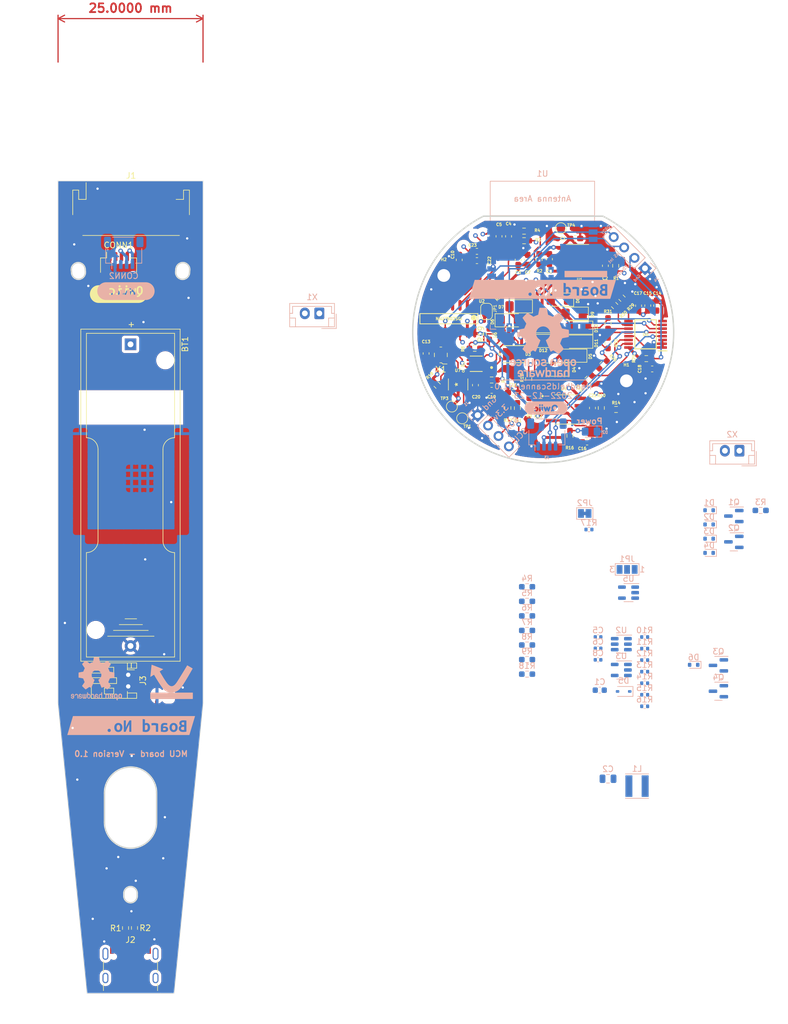
<source format=kicad_pcb>
(kicad_pcb (version 20221018) (generator pcbnew)
  (title_block (title "Controller Board") (date "2022-12-23") (rev "1.0") (company "PlasticScanner") (comment 4 "AISLER Project ID: NIAORFSJ"))
  (layers (0 "F.Cu" signal) (1 "In1.Cu" signal) (2 "In2.Cu" signal) (31 "B.Cu" signal) (34 "B.Paste" user) (35 "F.Paste" user) (36 "B.SilkS" user "B.Silkscreen") (37 "F.SilkS" user "F.Silkscreen") (38 "B.Mask" user) (39 "F.Mask" user) (44 "Edge.Cuts" user))
  (net 0 "")
  (net 1 "3.3V")
  (net 2 "GND")
  (net 3 "USB_pwr")
  (net 4 "/Trigger_Wake_Up/VBAT")
  (net 5 "/EN")
  (net 6 "/Switched_Power")
  (net 7 "+3V3")
  (net 8 "Net-(U3-FB)")
  (net 9 "/SDA")
  (net 10 "/SCL")
  (net 11 "Net-(D1-K)")
  (net 12 "Net-(D1-A)")
  (net 13 "Net-(D2-K)")
  (net 14 "Net-(D3-K)")
  (net 15 "Net-(D3-A)")
  (net 16 "Net-(D4-K)")
  (net 17 "/KeepAlive")
  (net 18 "/GPIO18{slash}MOSI")
  (net 19 "/GPIO5{slash}SCK")
  (net 20 "/GPIO32")
  (net 21 "/GPIO15")
  (net 22 "/GPIO33")
  (net 23 "/GPIO27")
  (net 24 "Net-(J2-GND-PadA1)")
  (net 25 "Net-(J2-CC1)")
  (net 26 "/D+")
  (net 27 "/D-")
  (net 29 "Net-(J2-CC2)")
  (net 31 "/Shield")
  (net 32 "Net-(JP1-C)")
  (net 33 "/Trigger")
  (net 34 "Net-(U3-SW)")
  (net 35 "Net-(Q1-B)")
  (net 36 "Net-(Q1-E)")
  (net 37 "Net-(Q1-C)")
  (net 38 "Net-(Q2-G)")
  (net 39 "Net-(Q2-D)")
  (net 41 "/USB_D+")
  (net 42 "/USB_D-")
  (net 43 "Net-(U5-PROG)")
  (footprint "Capacitor_SMD:C_0603_1608Metric_Pad1.08x0.95mm_HandSolder" (layer "F.Cu") (at 199.8472 56.4642 -90)
    (fp_text reference "C15")
    (fp_text value "10uF")
  )
  (footprint "Capacitor_SMD:C_0603_1608Metric_Pad1.08x0.95mm_HandSolder" (layer "F.Cu") (at 182.8862 48.4632 -90)
    (fp_text reference "C3")
    (fp_text value "51pF")
  )
  (footprint "Capacitor_SMD:C_0603_1608Metric_Pad1.08x0.95mm_HandSolder" (layer "F.Cu") (at 170.3832 48.7172)
    (fp_text reference "C22")
    (fp_text value "47nF")
  )
  (footprint "Capacitor_SMD:C_0603_1608Metric_Pad1.08x0.95mm_HandSolder" (layer "F.Cu") (at 175.8442 44.5262 -90)
    (fp_text reference "C4")
    (fp_text value "47nF")
  )
  (footprint "Resistor_SMD:R_0603_1608Metric_Pad0.98x0.95mm_HandSolder" (layer "F.Cu") (at 192.1002 66.6242 -135)
    (fp_text reference "R26")
    (fp_text value "150")
  )
  (footprint "Resistor_SMD:R_0603_1608Metric_Pad0.98x0.95mm_HandSolder" (layer "F.Cu") (at 173.1772 54.0512 -135)
    (fp_text reference "R27")
    (fp_text value "240")
  )
  (footprint "Resistor_SMD:R_0603_1608Metric_Pad0.98x0.95mm_HandSolder" (layer "F.Cu") (at 191.834863 74.1172 -90)
    (fp_text reference "R10")
    (fp_text value "240k")
  )
  (footprint "Capacitor_SMD:C_0603_1608Metric_Pad1.08x0.95mm_HandSolder" (layer "F.Cu") (at 177.4952 48.5902 -90)
    (fp_text reference "C6")
    (fp_text value "1uF")
  )
  (footprint "Capacitor_SMD:C_0603_1608Metric_Pad1.08x0.95mm_HandSolder" (layer "F.Cu") (at 198.2632 56.4902 90)
    (fp_text reference "C17")
    (fp_text value "22uF")
  )
  (footprint "Resistor_SMD:R_0603_1608Metric_Pad0.98x0.95mm_HandSolder" (layer "F.Cu") (at 178.5112 45.2882 180)
    (fp_text reference "R3")
    (fp_text value "301")
  )
  (footprint "TestPoint:TestPoint_Pad_D1.5mm" (layer "F.Cu") (at 184.8612 43.1292)
    (fp_text reference "TP4")
    (fp_text value "Test_2.5V")
  )
  (footprint "Resistor_SMD:R_0603_1608Metric_Pad0.98x0.95mm_HandSolder" (layer "F.Cu") (at 194.374863 74.3712)
    (fp_text reference "R14")
    (fp_text value "301")
  )
  (footprint "Capacitor_SMD:C_0603_1608Metric_Pad1.08x0.95mm_HandSolder" (layer "F.Cu") (at 174.1932 44.5262 90)
    (fp_text reference "C5")
    (fp_text value "100pF")
  )
  (footprint "LED_SMD:LED_1206_3216Metric_Pad1.42x1.75mm_HandSolder" (layer "F.Cu") (at 177.4952 56.5912 180)
    (fp_text reference "D7")
    (fp_text value "1300nm")
  )
  (footprint "Capacitor_SMD:C_0603_1608Metric_Pad1.08x0.95mm_HandSolder" (layer "F.Cu") (at 200.6092 67.3862)
    (fp_text reference "C18")
    (fp_text value "100nF")
  )
  (footprint "Resistor_SMD:R_0603_1608Metric_Pad0.98x0.95mm_HandSolder" (layer "F.Cu") (at 181.1082 48.4632 90)
    (fp_text reference "R2")
    (fp_text value "240k")
  )
  (footprint "Resistor_SMD:R_0603_1608Metric_Pad0.98x0.95mm_HandSolder" (layer "F.Cu") (at 178.6432 54.6102 180)
    (fp_text reference "R28")
    (fp_text value "240")
  )
  (footprint "Capacitor_SMD:C_0603_1608Metric_Pad1.08x0.95mm_HandSolder" (layer "F.Cu") (at 192.5382 49.6062 -90)
    (fp_text reference "C2")
    (fp_text value "51pF")
  )
  (footprint "Resistor_SMD:R_0603_1608Metric_Pad0.98x0.95mm_HandSolder" (layer "F.Cu") (at 199.5932 65.6082 180)
    (fp_text reference "R24")
    (fp_text value "1k")
  )
  (footprint "OPA2376AID:SOIC127P599X175-8N" (layer "F.Cu") (at 185.738863 74.3712)
    (fp_text reference "U4")
    (fp_text value "OPA2376xxD")
  )
  (footprint "Resistor_SMD:R_0603_1608Metric_Pad0.98x0.95mm_HandSolder" (layer "F.Cu") (at 192.9892 59.5122 90)
    (fp_text reference "R31")
    (fp_text value "40")
  )
  (footprint "LED_SMD:LED_1206_3216Metric_Pad1.42x1.75mm_HandSolder" (layer "F.Cu") (at 183.8452 67.5132 180)
    (fp_text reference "D4")
    (fp_text value "855nm ")
  )
  (footprint "Nuvoton-NAU7802SGI:Nuvoton-NAU7802SGI" (layer "F.Cu") (at 165.5572 58.7317 -90)
    (fp_text reference "U2")
    (fp_text value "NAU7802SGI")
  )
  (footprint "Capacitor_SMD:C_0603_1608Metric_Pad1.08x0.95mm_HandSolder" (layer "F.Cu") (at 190.310863 74.1172 90)
    (fp_text reference "C21")
    (fp_text value "51pF")
  )
  (footprint "Capacitor_SMD:C_0603_1608Metric_Pad1.08x0.95mm_HandSolder" (layer "F.Cu") (at 167.3352 48.5902 -90)
    (fp_text reference "C10")
    (fp_text value "0.1uF")
  )
  (footprint "Resistor_SMD:R_0603_1608Metric_Pad0.98x0.95mm_HandSolder" (layer "F.Cu") (at 109.79 163.75 90)
    (fp_text reference "R1")
    (fp_text value "5.1k")
  )
  (footprint "Resistor_SMD:R_0603_1608Metric_Pad0.98x0.95mm_HandSolder" (layer "F.Cu") (at 170.0022 63.8302)
    (fp_text reference "R8")
    (fp_text value "10k")
  )
  (footprint "Resistor_SMD:R_0603_1608Metric_Pad0.98x0.95mm_HandSolder" (layer "F.Cu") (at 195.4022 55.1942 135)
    (fp_text reference "R29")
    (fp_text value "150")
  )
  (footprint "Connector_JST:JST_PH_S2B-PH-K_1x02_P2.00mm_Horizontal" (layer "F.Cu") (at 110.2476 120.1072 -90)
    (fp_text reference "J3")
    (fp_text value "Conn_01x02_Male")
  )
  (footprint "Battery:BatteryHolder_Keystone_2460_1xAA" (layer "F.Cu") (at 110.6424 63.1444 -90)
    (fp_text reference "BT1")
    (fp_text value "Battery")
  )
  (footprint "Capacitor_SMD:C_0603_1608Metric_Pad1.08x0.95mm_HandSolder" (layer "F.Cu") (at 170.1292 70.1802 -90)
    (fp_text reference "C20")
    (fp_text value "0.1uF")
  )
  (footprint "Resistor_SMD:R_0603_1608Metric_Pad0.98x0.95mm_HandSolder" (layer "F.Cu") (at 189.5602 69.1642 -135)
    (fp_text reference "R25")
    (fp_text value "56")
  )
  (footprint "Diode_SMD:D_1206_3216Metric_Pad1.42x1.75mm_HandSolder" (layer "F.Cu") (at 181.8132 60.0202)
    (fp_text reference "D1")
    (fp_text value "0090-3111-185")
  )
  (footprint "LED_SMD:LED_1206_3216Metric_Pad1.42x1.75mm_HandSolder" (layer "F.Cu") (at 187.1472 57.8612 180)
    (fp_text reference "D9")
    (fp_text value "1550nm")
  )
  (footprint "Connector_JST:JST_SH_SM04B-SRSS-TB_1x04-1MP_P1.00mm_Horizontal" (layer "F.Cu") (at 108.585 50.038)
    (fp_text reference "CONN1")
    (fp_text value "STEMMA_I2C_QT")
  )
  (footprint "Resistor_SMD:R_0603_1608Metric_Pad0.98x0.95mm_HandSolder" (layer "F.Cu") (at 194.3162 49.6062 -90)
    (fp_text reference "R1")
    (fp_text value "240k")
  )
  (footprint "TLC59208FIPWR:SOP65P640X120-16N" (layer "F.Cu") (at 199.4662 61.4172 180)
    (fp_text reference "U5")
    (fp_text value "TLC59208FIPWR" hide)
  )
  (footprint "LED_SMD:LED_1206_3216Metric_Pad1.42x1.75mm_HandSolder" (layer "F.Cu") (at 184.6072 55.4482 180)
    (fp_text reference "D8")
    (fp_text value "1460nm")
  )
  (footprint "Connector_USB:USB_C_Receptacle_GCT_USB4105-xx-A_16P_TopMnt_Horizontal" (layer "F.Cu") (at 110.6404 171.2894)
    (fp_text reference "J2")
    (fp_text value "USB_C_Receptacle_USB2.0")
  )
  (footprint "Everlight-EAHC2835WD6:Everlight-EAHC2835WD6-MFG" (layer "F.Cu") (at 176.7332 64.8462 180)
    (fp_text reference "D3")
    (fp_text value "EAHC2835WD6" hide)
  )
  (footprint "Resistor_SMD:R_0603_1608Metric_Pad0.98x0.95mm_HandSolder" (layer "F.Cu") (at 175.7172 74.1172 90)
    (fp_text reference "R12")
    (fp_text value "10k")
  )
  (footprint "Resistor_SMD:R_0603_1608Metric_Pad0.98x0.95mm_HandSolder" (layer "F.Cu") (at 172.5132 61.3902 90)
    (fp_text reference "R19")
    (fp_text value "10k")
  )
  (footprint "LED_SMD:LED_1206_3216Metric_Pad1.42x1.75mm_HandSolder" (layer "F.Cu") (at 187.9092 60.2742 180)
    (fp_text reference "D10")
    (fp_text value "1650nm")
  )
  (footprint "Resistor_SMD:R_0603_1608Metric_Pad0.98x0.95mm_HandSolder" (layer "F.Cu") (at 172.9232 69.2912 180)
    (fp_text reference "R7")
    (fp_text value "10k")
  )
  (footprint "Oscillator:Oscillator_SMD_ECS_2520MV-xxx-xx-4Pin_2.5x2.0mm" (layer "F.Cu") (at 164.1602 64.9732 180)
    (fp_text reference "X1")
    (fp_text value "4.9152 MHz")
  )
  (footprint "Resistor_SMD:R_0603_1608Metric_Pad0.98x0.95mm_HandSolder" (layer "F.Cu") (at 163.5252 70.1802 135)
    (fp_text reference "R18")
    (fp_text value "1k")
  )
  (footprint "kibuzzard-63988507" (layer "F.Cu") (at 108.585 54.483 180)
    (fp_text reference "kibuzzard-63988507" hide)
    (fp_text value "G***" hide)
  )
  (footprint "LED_SMD:LED_1206_3216Metric_Pad1.42x1.75mm_HandSolder" (layer "F.Cu") (at 187.9092 62.6872 180)
    (fp_text reference "D11")
    (fp_text value "1720nm")
  )
  (footprint "Capacitor_SMD:C_0603_1608Metric_Pad1.08x0.95mm_HandSolder" (layer "F.Cu") (at 180.9242 73.3552 90)
    (fp_text reference "C12")
    (fp_text value "51pF")
  )
  (footprint "MountingHole:MountingHole_2.2mm_M2_ISO7380_Pad" (layer "F.Cu") (at 164.6682 51.2772)
    (fp_text reference "H2")
    (fp_text value "MountingHole")
  )
  (footprint "AS7341-DLGT:PSON80P310X200X110-8N" (layer "F.Cu") (at 175.4632 61.5442 90)
    (fp_text reference "U6")
    (fp_text value "AS7341-DLGT")
  )
  (footprint "Resistor_SMD:R_0603_1608Metric_Pad0.98x0.95mm_HandSolder" (layer "F.Cu") (at 111.33 163.74 -90)
    (fp_text reference "R2")
    (fp_text value "5.1k")
  )
  (footprint "Jumper:SolderJumper-2_P1.3mm_Bridged2Bar_RoundedPad1.0x1.5mm" (layer "F.Cu") (at 172.0342 57.4802 -90)
    (fp_text reference "JP1")
    (fp_text value "Jumper_2_Bridged")
  )
  (footprint "Resistor_SMD:R_0603_1608Metric_Pad0.98x0.95mm_HandSolder" (layer "F.Cu") (at 192.9892 62.9412 -90)
    (fp_text reference "R32")
    (fp_text value "130")
  )
  (footprint "TestPoint:TestPoint_Pad_D1.5mm" (layer "F.Cu") (at 167.8432 75.8952)
    (fp_text reference "TP1")
    (fp_text value "Test_1.8V")
  )
  (footprint "Capacitor_SMD:C_0603_1608Metric_Pad1.08x0.95mm_HandSolder" (layer "F.Cu") (at 170.3832 47.1185 180)
    (fp_text reference "C23")
    (fp_text value "100pF")
  )
  (footprint "Resistor_SMD:R_0603_1608Metric_Pad0.98x0.95mm_HandSolder" (layer "F.Cu") (at 186.429199 78.931197 90)
    (fp_text reference "R16")
    (fp_text value "150")
  )
  (footprint "Resistor_SMD:R_0603_1608Metric_Pad0.98x0.95mm_HandSolder" (layer "F.Cu") (at 179.3132 69.1402 90)
    (fp_text reference "R13")
    (fp_text value "301")
  )
  (footprint "Resistor_SMD:R_0603_1608Metric_Pad0.98x0.95mm_HandSolder" (layer "F.Cu") (at 177.3682 74.1407 -90)
    (fp_text reference "R11")
    (fp_text value "10k")
  )
  (footprint "LED_SMD:LED_1206_3216Metric_Pad1.42x1.75mm_HandSolder" (layer "F.Cu") (at 186.8932 65.1002 180)
    (fp_text reference "D5")
    (fp_text value "940nm")
  )
  (footprint "Capacitor_SMD:C_0603_1608Metric_Pad1.08x0.95mm_HandSolder" (layer "F.Cu") (at 201.3712 56.4642 -90)
    (fp_text reference "C14")
    (fp_text value "10uF")
  )
  (footprint "Resistor_SMD:R_0603_1608Metric_Pad0.98x0.95mm_HandSolder" (layer "F.Cu") (at 179.4002 73.3552 90)
    (fp_text reference "R9")
    (fp_text value "240k")
  )
  (footprint "Capacitor_SMD:C_0603_1608Metric_Pad1.08x0.95mm_HandSolder" (layer "F.Cu") (at 161.6202 64.7192 90)
    (fp_text reference "C13")
    (fp_text value "0.1uF")
  )
  (footprint "Resistor_SMD:R_0603_1608Metric_Pad0.98x0.95mm_HandSolder" (layer "F.Cu") (at 178.5112 43.6372 180)
    (fp_text reference "R4")
    (fp_text value "301")
  )
  (footprint "Capacitor_SMD:C_0603_1608Metric_Pad1.08x0.95mm_HandSolder" (layer "F.Cu") (at 176.597174 71.446623 180)
    (fp_text reference "C11")
    (fp_text value "100nF")
  )
  (footprint "Resistor_SMD:R_0603_1608Metric_Pad0.98x0.95mm_HandSolder" (layer "F.Cu") (at 194.1322 56.4642 135)
    (fp_text reference "R30")
    (fp_text value "150")
  )
  (footprint "MountingHole:MountingHole_2.2mm_M2_ISO7380_Pad" (layer "F.Cu") (at 196.1642 69.4382)
    (fp_text reference "H1")
    (fp_text value "MountingHole")
  )
  (footprint "OPA2376AID:SOIC127P599X175-8N" (layer "F.Cu") (at 187.7122 48.4632 180)
    (fp_text reference "U1")
    (fp_text value "OPA2376xxD")
  )
  (footprint "LED_SMD:LED_1206_3216Metric_Pad1.42x1.75mm_HandSolder" (layer "F.Cu") (at 175.9712 59.0042)
    (fp_text reference "D6")
    (fp_text value "1050nm")
  )
  (footprint "Capacitor_SMD:C_0603_1608Metric_Pad1.08x0.95mm_HandSolder" (layer "F.Cu") (at 187.3312 44.9072 180)
    (fp_text reference "C1")
    (fp_text value "100nF")
  )
  (footprint "BSS138DW-7-F-A:Diodes_Inc._-_BSS138DW-7-F-A" (layer "F.Cu") (at 170.2562 66.4972 180)
    (fp_text reference "Q1")
    (fp_text value "BSS138DW-7-F" hide)
  )
  (footprint "Connector_JST:JST_PH_S8B-PH-SM4-TB_1x08-1MP_P2.00mm_Horizontal" (layer "F.Cu") (at 110.744 39.87)
    (fp_text reference "J1")
    (fp_text value "Conn_01x08_MountingPin")
  )
  (footprint "TestPoint:TestPoint_Pad_D1.5mm" (layer "F.Cu") (at 166.0652 73.8632)
    (fp_text reference "TP3")
    (fp_text value "Test_3.3V")
  )
  (footprint "Diode_SMD:D_1206_3216Metric_Pad1.42x1.75mm_HandSolder" (layer "F.Cu") (at 181.8107 62.5602 180)
    (fp_text reference "D12")
    (fp_text value "0090-3111-185")
  )
  (footprint "AP7312-1833W6-7:AP7312-1833W6-7" (layer "F.Cu") (at 167.1447 70.0627 -90)
    (fp_text reference "U7")
    (fp_text value "AP7312-1833W6-7" hide)
  )
  (footprint "Capacitor_SMD:C_0603_1608Metric_Pad1.08x0.95mm_HandSolder" (layer "F.Cu") (at 179.1462 48.5902 -90)
    (fp_text reference "C7")
    (fp_text value "0.1uF")
  )
  (footprint "Capacitor_SMD:C_0603_1608Metric_Pad1.08x0.95mm_HandSolder" (layer "F.Cu") (at 172.9232 71.0692)
    (fp_text reference "C19")
    (fp_text value "10uF")
  )
  (footprint "Capacitor_SMD:C_0603_1608Metric_Pad1.08x0.95mm_HandSolder" (layer "F.Cu") (at 189.3792 79.981199 180)
    (fp_text reference "C16")
    (fp_text value "100nF")
  )
  (footprint "Resistor_SMD:R_0402_1005Metric" (layer "B.Cu") (at 199.31 113.5936 180)
    (fp_text reference "R10")
    (fp_text value "15K")
  )
  (footprint "LED_SMD:LED_0805_2012Metric_Pad1.15x1.40mm_HandSolder" (layer "B.Cu") (at 190.0682 78.1812 180)
    (fp_text reference "D2")
    (fp_text value "POWER LED")
  )
  (footprint "Resistor_SMD:R_0603_1608Metric_Pad0.98x0.95mm_HandSolder" (layer "B.Cu") (at 179.0333 114.9696 180)
    (fp_text reference "R8")
    (fp_text value "100k")
  )
  (footprint "Inductor_SMD:L_Taiyo-Yuden_MD-4040" (layer "B.Cu") (at 197.99 139.2936 180)
    (fp_text reference "L1")
    (fp_text value "2.2uH")
  )
  (footprint "Resistor_SMD:R_0402_1005Metric" (layer "B.Cu") (at 199.31 121.5536 180)
    (fp_text reference "R14")
    (fp_text value "10K")
  )
  (footprint "Package_TO_SOT_SMD:SOT-23-5" (layer "B.Cu") (at 196.53 105.9436 180)
    (fp_text reference "U5")
    (fp_text value "MCP73811T-420I-OT")
  )
  (footprint "Resistor_SMD:R_0603_1608Metric_Pad0.98x0.95mm_HandSolder" (layer "B.Cu") (at 179.0333 119.9896 180)
    (fp_text reference "R18")
    (fp_text value "100k")
  )
  (footprint "Diode_SMD:D_SOD-523" (layer "B.Cu") (at 210.425 99.0936 180)
    (fp_text reference "D4")
    (fp_text value "BAS516")
  )
  (footprint "Resistor_SMD:R_0402_1005Metric" (layer "B.Cu") (at 199.31 117.5736 180)
    (fp_text reference "R12")
    (fp_text value "27")
  )
  (footprint "Jumper:SolderJumper-2_P1.3mm_Bridged_Pad1.0x1.5mm" (layer "B.Cu") (at 188.98 92.2936 180)
    (fp_text reference "JP2")
    (fp_text value "SolderJumper_2_Bridged")
  )
  (footprint "Diode_SMD:D_SOD-523" (layer "B.Cu") (at 210.425 96.6436 180)
    (fp_text reference "D3")
    (fp_text value "BAS516")
  )
  (footprint "Resistor_SMD:R_0402_1005Metric" (layer "B.Cu") (at 199.31 115.5836 180)
    (fp_text reference "R11")
    (fp_text value "15K")
  )
  (footprint "Resistor_SMD:R_0603_1608Metric_Pad0.98x0.95mm_HandSolder" (layer "B.Cu") (at 179.0333 117.4796 180)
    (fp_text reference "R9")
    (fp_text value "220")
  )
  (footprint "Package_TO_SOT_SMD:SOT-23" (layer "B.Cu") (at 214.69 92.7436 180)
    (fp_text reference "Q1")
    (fp_text value "BC818")
  )
  (footprint "Resistor_SMD:R_0402_1005Metric" (layer "B.Cu") (at 199.31 125.5336 180)
    (fp_text reference "R16")
    (fp_text value "150K")
  )
  (footprint "Resistor_SMD:R_0603_1608Metric_Pad0.98x0.95mm_HandSolder" (layer "B.Cu") (at 179.0333 104.9296 180)
    (fp_text reference "R4")
    (fp_text value "100k")
  )
  (footprint "Connector_JST:JST_EH_B2B-EH-A_1x02_P2.50mm_Vertical" (layer "B.Cu") (at 215.646 81.4832 180)
    (fp_text reference "X2")
    (fp_text value "CON_JST_PH_2PIN_MTPH2")
  )
  (footprint "Capacitor_SMD:C_0402_1005Metric" (layer "B.Cu") (at 191.27 117.5236 180)
    (fp_text reference "C8")
    (fp_text value "0.1u")
  )
  (footprint "Resistor_SMD:R_0603_1608Metric_Pad0.98x0.95mm_HandSolder" (layer "B.Cu") (at 179.0333 109.9496 180)
    (fp_text reference "R6")
    (fp_text value "220k")
  )
  (footprint "Connector_PinSocket_2.54mm:PinSocket_1x04_P2.54mm_Vertical" (layer "B.Cu") (at 170.507872 75.349517 -135)
    (fp_text reference "J1")
    (fp_text value "I2C ThroughHole")
  )
  (footprint "Package_TO_SOT_SMD:SOT-23" (layer "B.Cu") (at 212.0275 122.936 180)
    (fp_text reference "Q4")
    (fp_text value "AO3401A")
  )
  (footprint "Connector_JST:JST_SH_SM04B-SRSS-TB_1x04-1MP_P1.00mm_Horizontal" (layer "B.Cu") (at 182.4482 78.6892)
    (fp_text reference "J3")
    (fp_text value "I2C")
  )
  (footprint "Capacitor_SMD:C_0603_1608Metric" (layer "B.Cu") (at 191.56 122.7536 180)
    (fp_text reference "C1")
    (fp_text value "2u")
  )
  (footprint "kibuzzard-639881D9" (layer "B.Cu") (at 110.76 128.85 180)
    (fp_text reference "kibuzzard-639881D9" hide)
    (fp_text value "G***" hide)
  )
  (footprint "Capacitor_SMD:C_0402_1005Metric" (layer "B.Cu") (at 191.27 115.5536 180)
    (fp_text reference "C6")
    (fp_text value "0.01u")
  )
  (footprint "Diode_SMD:D_SOD-523" (layer "B.Cu") (at 207.7625 118.386 180)
    (fp_text reference "D6")
    (fp_text value "BAS516")
  )
  (footprint "Symbol:OSHW-Logo2_9.8x8mm_SilkScreen" (layer "B.Cu") (at 104.775 120.777 180)
    (fp_text reference "OSH logo" hide)
    (fp_text value "OSHW-Logo2_9.8x8mm_SilkScreen" hide)
  )
  (footprint "Resistor_SMD:R_0603_1608Metric_Pad0.98x0.95mm_HandSolder" (layer "B.Cu") (at 219.31 91.7736 180)
    (fp_text reference "R3")
    (fp_text value "1k")
  )
  (footprint "Connector_JST:JST_SH_SM04B-SRSS-TB_1x04-1MP_P1.00mm_Horizontal" (layer "B.Cu") (at 109.474 47.371)
    (fp_text reference "CONN2")
    (fp_text value "STEMMA_I2C_QT")
  )
  (footprint "Symbol:PlasticScannerLogo" (layer "B.Cu") (at 117.729 121.412 180)
    (fp_text reference "PlasticScannerLogo" hide)
    (fp_text value "PlasticScannerLogo" hide)
  )
  (footprint "Package_TO_SOT_SMD:SOT-23" (layer "B.Cu") (at 214.69 97.1936 180)
    (fp_text reference "Q2")
    (fp_text value "AO3401A")
  )
  (footprint "Package_TO_SOT_SMD:SOT-23-6" (layer "B.Cu") (at 195.28 114.8236 180)
    (fp_text reference "U2")
    (fp_text value "SN65220")
  )
  (footprint "Connector_PinSocket_2.54mm:PinSocket_1x04_P2.54mm_Vertical" (layer "B.Cu") (at 199.3632 50.0402 45)
    (fp_text reference "J4")
    (fp_text value "Interface")
  )
  (footprint "kibuzzard-63988507" (layer "B.Cu") (at 109.855 53.975 180)
    (fp_text reference "kibuzzard-63988507" hide)
    (fp_text value "G***" hide)
  )
  (footprint "Resistor_SMD:R_0603_1608Metric_Pad0.98x0.95mm_HandSolder" (layer "B.Cu") (at 179.0333 107.4396 180)
    (fp_text reference "R5")
    (fp_text value "10k")
  )
  (footprint "Resistor_SMD:R_0402_1005Metric" (layer "B.Cu") (at 189.7 95.0636 180)
    (fp_text reference "R17")
    (fp_text value "5.1k")
  )
  (footprint "Resistor_SMD:R_0603_1608Metric_Pad0.98x0.95mm_HandSolder" (layer "B.Cu") (at 179.0333 112.4596 180)
    (fp_text reference "R7")
    (fp_text value "10k")
  )
  (footprint "Diode_SMD:D_SOD-523" (layer "B.Cu") (at 210.425 91.7436 180)
    (fp_text reference "D1")
    (fp_text value "BAS516")
  )
  (footprint "Capacitor_SMD:C_0805_2012Metric" (layer "B.Cu") (at 192.99 138.0236 180)
    (fp_text reference "C2")
    (fp_text value "4.7u")
  )
  (footprint "Symbol:OSHW-Logo_11.4x12mm_SilkScreen" (layer "B.Cu") (at 181.8132 62.8142 180)
    (fp_text reference "LOGO1" hide)
    (fp_text value "OSHW-Logo_11.4x12mm_SilkScreen" hide)
  )
  (footprint "Package_TO_SOT_SMD:SOT-23-5" (layer "B.Cu") (at 195.28 119.2736 180)
    (fp_text reference "U3")
    (fp_text value "TLV62569DBV")
  )
  (footprint "Espressif:ESP32-S3-WROOM-1" (layer "B.Cu") (at 181.6732 50.7796 180)
    (fp_text reference "U1")
    (fp_text value "ESP32-S3-WROOM-1")
  )
  (footprint "Diode_SMD:D_SOD-323" (layer "B.Cu") (at 195.685 122.9736 180)
    (fp_text reference "D5")
    (fp_text value "3.3v_TVS")
  )
  (footprint "kibuzzard-6398DD41" (layer "B.Cu") (at 182.3212 74.1172 180)
    (fp_text reference "kibuzzard-6398DD41" hide)
    (fp_text value "G***" hide)
  )
  (footprint "Connector_JST:JST_EH_B2B-EH-A_1x02_P2.50mm_Vertical" (layer "B.Cu") (at 143.2052 57.8104 180)
    (fp_text reference "X1")
    (fp_text value "CON_JST_PH_2PIN_MTPH2")
  )
  (footprint "Capacitor_SMD:C_0402_1005Metric" (layer "B.Cu") (at 191.27 113.5836 180)
    (fp_text reference "C5")
    (fp_text value "6.8p")
  )
  (footprint "PlasticScannerLibrary:PlasticScannerLogo" (layer "B.Cu") (at 189.1792 48.7172 180)
    (fp_text reference "LOGO2" hide)
    (fp_text value "PlasticScannerLogo" hide)
  )
  (footprint "Diode_SMD:D_SOD-523" (layer "B.Cu") (at 210.425 94.1936 180)
    (fp_text reference "D2")
    (fp_text value "BAS516")
  )
  (footprint "Resistor_SMD:R_0402_1005Metric" (layer "B.Cu") (at 199.31 119.5636 180)
    (fp_text reference "R13")
    (fp_text value "27")
  )
  (footprint "PlasticScannerLibrary:kibuzzard-6346913B" (layer "B.Cu") (at 181.6862 53.6702 180)
    (fp_text reference "kibuzzard-6346913B" hide)
    (fp_text value "G***" hide)
  )
  (footprint "Resistor_SMD:R_0402_1005Metric" (layer "B.Cu") (at 199.31 123.5436 180)
    (fp_text reference "R15")
    (fp_text value "680k")
  )
  (footprint "Jumper:SolderJumper-3_P1.3mm_Open_Pad1.0x1.5mm_NumberLabels" (layer "B.Cu") (at 196.28 101.9436 180)
    (fp_text reference "JP1")
    (fp_text value "SolderJumper_3_Open")
  )
  (footprint "Package_TO_SOT_SMD:SOT-23" (layer "B.Cu") (at 212.0275 118.486 180)
    (fp_text reference "Q3")
    (fp_text value "BC818")
  )
  (gr_line (start 189.3697 69.2912) (end 174.2567 69.2912) (stroke (width 0.15)) (layer "B.SilkS"))
  (gr_line (start 118.475041 50.150757) (end 118.433326 50.649014) (stroke (width 0.25)) (layer "Edge.Cuts"))
  (gr_line (start 115.15 140.5) (end 115.15 145.5) (stroke (width 0.25)) (layer "Edge.Cuts"))
  (gr_line (start 171.505436 41.0562) (end 192.120964 41.0562) (stroke (width 0.25)) (layer "Edge.Cuts"))
  (gr_line (start 120.866674 50.350986) (end 120.824959 50.849243) (stroke (width 0.25)) (layer "Edge.Cuts"))
  (gr_line (start 115.8 175) (end 118.15 175) (stroke (width 0.1)) (layer "Edge.Cuts"))
  (gr_line (start 103.15 175) (end 98.15 125) (stroke (width 0.1)) (layer "Edge.Cuts"))
  (gr_arc (start 192.120964 41.0562) (mid 181.8132 83.5562) (end 171.505436 41.0562) (stroke (width 0.25)) (layer "Edge.Cuts"))
  (gr_arc (start 111.8 158.25) (mid 110.65 159.4) (end 109.5 158.25) (stroke (width 0.25)) (layer "Edge.Cuts"))
  (gr_line (start 123.15 125) (end 123.15 35) (stroke (width 0.1)) (layer "Edge.Cuts"))
  (gr_line (start 106.15 140.5) (end 106.15 145.5) (stroke (width 0.25)) (layer "Edge.Cuts"))
  (gr_line (start 98.15 125) (end 98.15 35) (stroke (width 0.1)) (layer "Edge.Cuts"))
  (gr_arc (start 115.15 145.5) (mid 110.65 150) (end 106.15 145.5) (stroke (width 0.25)) (layer "Edge.Cuts"))
  (gr_arc (start 100.433326 50.350986) (mid 101.529028 49.055055) (end 102.824959 50.150757) (stroke (width 0.25)) (layer "Edge.Cuts"))
  (gr_line (start 102.824959 50.150757) (end 102.866674 50.649014) (stroke (width 0.25)) (layer "Edge.Cuts"))
  (gr_arc (start 102.866674 50.649014) (mid 101.770972 51.944945) (end 100.475041 50.849243) (stroke (width 0.25)) (layer "Edge.Cuts"))
  (gr_line (start 105.5 175) (end 103.15 175) (stroke (width 0.1)) (layer "Edge.Cuts"))
  (gr_line (start 123.15 125) (end 118.15 175) (stroke (width 0.1)) (layer "Edge.Cuts"))
  (gr_arc (start 109.5 157.75) (mid 110.65 156.6) (end 111.8 157.75) (stroke (width 0.25)) (layer "Edge.Cuts"))
  (gr_line (start 109.5 157.75) (end 109.5 158.25) (stroke (width 0.25)) (layer "Edge.Cuts"))
  (gr_arc (start 106.15 140.5) (mid 110.65 136) (end 115.15 140.5) (stroke (width 0.25)) (layer "Edge.Cuts"))
  (gr_line (start 115.8 175) (end 105.5 175) (stroke (width 0.1)) (layer "Edge.Cuts"))
  (gr_line (start 100.433326 50.350986) (end 100.475041 50.849243) (stroke (width 0.25)) (layer "Edge.Cuts"))
  (gr_line (start 123.15 35) (end 98.15 35) (stroke (width 0.1)) (layer "Edge.Cuts"))
  (gr_line (start 111.8 157.75) (end 111.8 158.25) (stroke (width 0.25)) (layer "Edge.Cuts"))
  (gr_arc (start 118.475041 50.150757) (mid 119.770973 49.05505) (end 120.866674 50.350986) (stroke (width 0.25)) (layer "Edge.Cuts"))
  (gr_arc (start 120.824959 50.849243) (mid 119.529027 51.94495) (end 118.433326 50.649014) (stroke (width 0.25)) (layer "Edge.Cuts"))
  (gr_text "SDA" (at 175.3362 77.9272 45) (layer "B.SilkS") (effects (font (size 1 1)) (justify right mirror)))
  (gr_text "Power" (at 189.8142 76.4032) (layer "B.SilkS") (effects (font (size 1 1) (thickness 0.2)) (justify mirror)))
  (gr_text "SCL" (at 176.8602 79.8322 45) (layer "B.SilkS") (effects (font (size 1 1)) (justify right mirror)))
  (gr_text "LEDreset\n" (at 194.2592 51.6382 45) (layer "B.SilkS") (effects (font (size 0.5 0.5) (thickness 0.1)) (justify right mirror)))
  (gr_text "DRDY" (at 191.8462 44.1452 45) (layer "B.SilkS") (effects (font (size 0.5 0.5) (thickness 0.1)) (justify right mirror)))
  (gr_text "AS Int" (at 193.1162 49.0982 45) (layer "B.SilkS") (effects (font (size 0.5 0.5) (thickness 0.1)) (justify right mirror)))
  (gr_text "MCU board - Version 1.0" (at 110.744 133.731) (layer "B.SilkS") (effects (font (size 1 1) (thickness 0.2)) (justify mirror)))
  (gr_text "Gnd" (at 171.5262 74.3712 45) (layer "B.SilkS") (effects (font (size 1 1)) (justify right mirror)))
  (gr_text "Gnd" (at 197.4342 52.2732 45) (layer "B.SilkS") (effects (font (size 0.5 0.5) (thickness 0.1)) (justify right mirror)))
  (gr_text "HandheldScanner v1.0\n2022-12-23" (at 181.8132 71.1962) (layer "B.SilkS") (effects (font (size 1 1)) (justify mirror)))
  (gr_text "3.3v" (at 173.3042 76.0222 45) (layer "B.SilkS") (effects (font (size 1 1)) (justify right mirror)))
  (dimension (type aligned) (layer "F.Cu") (pts (xy 123.15 15) (xy 98.15 15)) (height 7.999999) (gr_text "25.0000 mm" (at 110.65 5.200001) (layer "F.Cu") (effects (font (size 1.5 1.5) (thickness 0.3)))) (format (prefix "") (suffix "") (units 3) (units_format 1) (precision 4)) (style (thickness 0.2) (arrow_length 1.27) (text_position_mode 0) (extension_height 0.58642) (extension_offset 0.5) keep_text_aligned))
  (segment (start 173.7857 71.8577) (end 173.7857 71.0692) (width 0.25) (layer "F.Cu") (net 0))
  (segment (start 192.6082 63.8537) (end 191.3147 62.5602) (width 0.25) (layer "F.Cu") (net 0))
  (segment (start 192.745435 65.364435) (end 191.9732 64.5922) (width 0.25) (layer "F.Cu") (net 0))
  (segment (start 168.9115 47.1185) (end 168.0972 46.3042) (width 0.25) (layer "F.Cu") (net 0))
  (segment (start 184.7132 72.9902) (end 183.9672 73.7362) (width 0.25) (layer "F.Cu") (net 0))
  (segment (start 202.4042 59.7922) (end 200.8892 59.7922) (width 0.25) (layer "F.Cu") (net 0))
  (segment (start 180.7972 59.7265) (end 180.7972 54.1782) (width 0.5) (layer "F.Cu") (net 0))
  (segment (start 190.1822 50.3682) (end 192.4377 50.3682) (width 0.25) (layer "F.Cu") (net 0))
  (segment (start 174.099974 78.941619) (end 176.315826 76.725767) (width 0.25) (layer "F.Cu") (net 0))
  (segment (start 196.5282 56.3202) (end 196.047435 55.839435) (width 0.25) (layer "F.Cu") (net 0))
  (segment (start 171.157119 66.4972) (end 169.355281 66.4972) (width 0.25) (layer "F.Cu") (net 0))
  (segment (start 175.896026 80.737671) (end 177.592187 79.04151) (width 0.25) (layer "F.Cu") (net 0))
  (segment (start 196.5282 63.0422) (end 195.5552 63.0422) (width 0.25) (layer "F.Cu") (net 0))
  (segment (start 166.679231 53.310169) (end 167.3352 52.6542) (width 0.25) (layer "F.Cu") (net 0))
  (segment (start 177.5987 45.2882) (end 175.9447 45.2882) (width 0.25) (layer "F.Cu") (net 0))
  (segment (start 194.3162 50.5187) (end 195.4257 50.5187) (width 0.25) (layer "F.Cu") (net 0))
  (segment (start 174.3732 65.9997) (end 173.2257 67.1472) (width 0.25) (layer "F.Cu") (net 0))
  (segment (start 175.243689 60.234689) (end 175.51868 59.959698) (width 0.25) (layer "F.Cu") (net 0))
  (segment (start 162.3822 62.9952) (end 163.4352 64.0482) (width 0.25) (layer "F.Cu") (net 0))
  (segment (start 174.536701 56.672101) (end 172.561035 54.696435) (width 0.25) (layer "F.Cu") (net 0))
  (segment (start 172.7962 64.9732) (end 172.031119 64.9732) (width 0.25) (layer "F.Cu") (net 0))
  (segment (start 181.9132 71.2902) (end 183.9632 71.2902) (width 0.25) (layer "F.Cu") (net 0))
  (segment (start 180.7972 54.1782) (end 182.9562 52.0192) (width 0.5) (layer "F.Cu") (net 0))
  (segment (start 202.4042 60.4422) (end 200.1422 60.4422) (width 0.25) (layer "F.Cu") (net 0))
  (segment (start 191.834863 73.2047) (end 190.360863 73.2047) (width 0.25) (layer "F.Cu") (net 0))
  (segment (start 192.5382 48.7437) (end 194.2662 48.7437) (width 0.5) (layer "F.Cu") (net 0))
  (segment (start 170.9147 64.287781) (end 169.355281 65.8472) (width 0.25) (layer "F.Cu") (net 0))
  (segment (start 183.9672 73.7362) (end 183.268863 73.7362) (width 0.25) (layer "F.Cu") (net 0))
  (segment (start 169.4707 50.3189) (end 169.4707 47.5495) (width 0.25) (layer "F.Cu") (net 0))
  (segment (start 171.157119 67.1472) (end 171.157119 68.437619) (width 0.25) (layer "F.Cu") (net 0))
  (segment (start 199.6492 61.0922) (end 199.5932 61.0362) (width 0.25) (layer "F.Cu") (net 0))
  (segment (start 175.0632 60.415178) (end 175.51868 59.959698) (width 0.25) (layer "F.Cu") (net 0))
  (segment (start 185.162711 71.854007) (end 185.162711 72.409385) (width 0.25) (layer "F.Cu") (net 0))
  (segment (start 194.169699 64.348333) (end 195.019487 65.198121) (width 0.25) (layer "F.Cu") (net 0))
  (segment (start 182.363689 70.840689) (end 184.149394 70.84069) (width 0.25) (layer "F.Cu") (net 0))
  (segment (start 167.1817 54.5592) (end 168.350496 54.5592) (width 0.25) (layer "F.Cu") (net 0))
  (segment (start 171.2457 47.1185) (end 171.2457 45.5157) (width 0.25) (layer "F.Cu") (net 0))
  (segment (start 164.8852 67.9312) (end 164.170435 68.645965) (width 0.25) (layer "F.Cu") (net 0))
  (segment (start 195.5552 63.0422) (end 194.8942 63.7032) (width 0.25) (layer "F.Cu") (net 0))
  (segment (start 190.310863 74.9797) (end 191.784863 74.9797) (width 0.25) (layer "F.Cu") (net 0))
  (segment (start 191.454965 67.269435) (end 189.28573 65.1002) (width 0.25) (layer "F.Cu") (net 0))
  (segment (start 178.9827 56.7182) (end 177.7307 55.4662) (width 0.25) (layer "F.Cu") (net 0))
  (segment (start 167.4622 61.047767) (end 167.4622 62.3392) (width 0.25) (layer "F.Cu") (net 0))
  (segment (start 188.6347 57.9882) (end 190.6387 57.9882) (width 0.25) (layer "F.Cu") (net 0))
  (segment (start 193.034435 68.518965) (end 196.224457 65.328943) (width 0.25) (layer "F.Cu") (net 0))
  (segment (start 169.4707 47.5495) (end 169.9017 47.1185) (width 0.25) (layer "F.Cu") (net 0))
  (segment (start 174.1932 43.6637) (end 175.8442 43.6637) (width 0.25) (layer "F.Cu") (net 0))
  (segment (start 181.166863 72.4927) (end 183.242363 72.4927) (width 0.25) (layer "F.Cu") (net 0))
  (segment (start 186.49173 67.3862) (end 188.914965 69.809435) (width 0.25) (layer "F.Cu") (net 0))
  (segment (start 169.3672 62.8142) (end 169.0897 63.0917) (width 0.25) (layer "F.Cu") (net 0))
  (segment (start 172.756211 60.234689) (end 175.243689 60.234689) (width 0.25) (layer "F.Cu") (net 0))
  (segment (start 179.5557 53.0067) (end 180.5432 52.0192) (width 0.25) (layer "F.Cu") (net 0))
  (segment (start 173.7857 71.0692) (end 173.7857 69.3412) (width 0.25) (layer "F.Cu") (net 0))
  (segment (start 170.1292 71.0427) (end 170.1292 71.7042) (width 0.25) (layer "F.Cu") (net 0))
  (segment (start 192.9892 63.8537) (end 192.6082 63.8537) (width 0.25) (layer "F.Cu") (net 0))
  (segment (start 179.3132 72.2287) (end 179.5272 72.4427) (width 0.25) (layer "F.Cu") (net 0))
  (segment (start 192.9892 58.8537) (end 191.5687 60.2742) (width 0.25) (layer "F.Cu") (net 0))
  (segment (start 185.3327 67.3862) (end 186.49173 67.3862) (width 0.25) (layer "F.Cu") (net 0))
  (segment (start 177.3682 75.0532) (end 177.3682 76.717226) (width 0.25) (layer "F.Cu") (net 0))
  (segment (start 172.5132 62.3027) (end 172.5132 63.366441) (width 0.25) (layer "F.Cu") (net 0))
  (segment (start 185.2422 47.8282) (end 183.1137 47.8282) (width 0.5) (layer "F.Cu") (net 0))
  (segment (start 192.1837 49.0982) (end 192.5382 48.7437) (width 0.5) (layer "F.Cu") (net 0))
  (segment (start 189.0522 49.0982) (end 189.732863 49.0982) (width 0.5) (layer "F.Cu") (net 0))
  (segment (start 171.043606 51.86609) (end 171.043606 48.919294) (width 0.25) (layer "F.Cu") (net 0))
  (segment (start 189.829363 73.7362) (end 190.310863 73.2547) (width 0.25) (layer "F.Cu") (net 0))
  (segment (start 177.7307 55.4662) (end 177.7307 54.6102) (width 0.25) (layer "F.Cu") (net 0))
  (segment (start 172.561035 54.696435) (end 172.531965 54.696435) (width 0.25) (layer "F.Cu") (net 0))
  (segment (start 194.777435 59.028935) (end 194.777435 57.109435) (width 0.25) (layer "F.Cu") (net 0))
  (segment (start 167.847499 65.739499) (end 167.847499 66.365901) (width 0.25) (layer "F.Cu") (net 0))
  (segment (start 179.3132 68.2277) (end 179.3132 66.940148) (width 0.25) (layer "F.Cu") (net 0))
  (segment (start 162.3822 61.047767) (end 162.3822 62.9952) (width 0.25) (layer "F.Cu") (net 0))
  (segment (start 174.230699 62.216701) (end 174.230699 62.597414) (width 0.25) (layer "F.Cu") (net 0))
  (segment (start 171.043606 48.919294) (end 171.2457 48.7172) (width 0.25) (layer "F.Cu") (net 0))
  (segment (start 168.974281 67.070119) (end 168.551717 67.070119) (width 0.25) (layer "F.Cu") (net 0))
  (segment (start 173.2257 67.1472) (end 171.157119 67.1472) (width 0.25) (layer "F.Cu") (net 0))
  (segment (start 167.4622 62.3392) (end 167.9132 62.7902) (width 0.25) (layer "F.Cu") (net 0))
  (segment (start 171.3992 44.1452) (end 172.0107 44.1452) (width 0.25) (layer "F.Cu") (net 0))
  (segment (start 171.2457 48.7172) (end 171.2457 47.1185) (width 0.25) (layer "F.Cu") (net 0))
  (segment (start 196.5282 61.0922) (end 193.9257 61.0922) (width 0.25) (layer "F.Cu") (net 0))
  (segment (start 181.3052 46.4312) (end 181.3052 44.1452) (width 0.25) (layer "F.Cu") (net 0))
  (segment (start 181.11271 64.62119) (end 181.11271 69.58971) (width 0.25) (layer "F.Cu") (net 0))
  (segment (start 202.4042 61.7422) (end 200.764033 61.7422) (width 0.25) (layer "F.Cu") (net 0))
  (segment (start 189.3967 60.2742) (end 191.5687 60.2742) (width 0.25) (layer "F.Cu") (net 0))
  (segment (start 170.1292 71.0427) (end 168.314701 71.0427) (width 0.25) (layer "F.Cu") (net 0))
  (segment (start 181.625711 54.543171) (end 183.321171 52.847711) (width 0.5) (layer "F.Cu") (net 0))
  (segment (start 172.0107 44.1452) (end 172.5422 43.6137) (width 0.25) (layer "F.Cu") (net 0))
  (segment (start 181.625711 58.523011) (end 181.625711 54.543171) (width 0.5) (layer "F.Cu") (net 0))
  (segment (start 201.8792 65.6082) (end 202.1332 65.3542) (width 0.25) (layer "F.Cu") (net 0))
  (segment (start 176.950714 62.1842) (end 177.457701 62.691187) (width 0.25) (layer "F.Cu") (net 0))
  (segment (start 183.268863 73.7362) (end 181.648363 73.7362) (width 0.25) (layer "F.Cu") (net 0))
  (segment (start 196.5282 62.3922) (end 195.0536 62.3922) (width 0.25) (layer "F.Cu") (net 0))
  (segment (start 181.3052 44.1452) (end 180.7972 43.6372) (width 0.25) (layer "F.Cu") (net 0))
  (segment (start 187.258171 52.847711) (end 188.5442 51.561682) (width 0.5) (layer "F.Cu") (net 0))
  (segment (start 173.1772 50.462117) (end 173.1772 49.7332) (width 0.25) (layer "F.Cu") (net 0))
  (segment (start 174.4837 59.0042) (end 174.536701 58.951199) (width 0.25) (layer "F.Cu") (net 0))
  (segment (start 166.25622 53.75968) (end 168.20942 53.75968) (width 0.25) (layer "F.Cu") (net 0))
  (segment (start 167.3352 52.6542) (end 167.3352 49.4527) (width 0.25) (layer "F.Cu") (net 0))
  (segment (start 177.457701 62.691187) (end 177.457701 63.472185) (width 0.25) (layer "F.Cu") (net 0))
  (segment (start 172.923904 51.6382) (end 174.8017 51.6382) (width 0.25) (layer "F.Cu") (net 0))
  (segment (start 168.7322 55.829904) (end 172.923904 51.6382) (width 0.25) (layer "F.Cu") (net 0))
  (segment (start 196.5282 61.7422) (end 197.5157 61.7422) (width 0.25) (layer "F.Cu") (net 0))
  (segment (start 189.28573 65.1002) (end 188.3807 65.1002) (width 0.25) (layer "F.Cu") (net 0))
  (segment (start 180.337201 69.714201) (end 181.9132 71.2902) (width 0.25) (layer "F.Cu") (net 0))
  (segment (start 172.5132 63.366441) (end 172.987436 63.840677) (width 0.25) (layer "F.Cu") (net 0))
  (segment (start 173.82672 61.34068) (end 171.892904 61.34068) (width 0.25) (layer "F.Cu") (net 0))
  (segment (start 185.2422 49.0982) (end 183.1137 49.0982) (width 0.25) (layer "F.Cu") (net 0))
  (segment (start 194.169699 63.276101) (end 194.169699 64.348333) (width 0.25) (layer "F.Cu") (net 0))
  (segment (start 171.6532 73.2282) (end 172.4152 73.2282) (width 0.25) (layer "F.Cu") (net 0))
  (segment (start 179.3132 70.0527) (end 179.3132 72.2287) (width 0.25) (layer "F.Cu") (net 0))
  (segment (start 174.8017 51.6382) (end 175.8177 50.6222) (width 0.25) (layer "F.Cu") (net 0))
  (segment (start 200.764033 61.7422) (end 200.689533 61.8167) (width 0.25) (layer "F.Cu") (net 0))
  (segment (start 202.4042 61.0922) (end 199.6492 61.0922) (width 0.25) (layer "F.Cu") (net 0))
  (segment (start 176.315826 76.725767) (end 176.352142 76.725767) (width 0.25) (layer "F.Cu") (net 0))
  (segment (start 175.8177 50.6222) (end 175.8177 48.8942) (width 0.25) (layer "F.Cu") (net 0))
  (segment (start 174.2632 60.9042) (end 173.82672 61.34068) (width 0.25) (layer "F.Cu") (net 0))
  (segment (start 195.5407 59.7922) (end 194.777435 59.028935) (width 0.25) (layer "F.Cu") (net 0))
  (segment (start 168.314701 71.0427) (end 168.094701 71.2627) (width 0.25) (layer "F.Cu") (net 0))
  (segment (start 171.157119 68.437619) (end 172.0107 69.2912) (width 0.25) (layer "F.Cu") (net 0))
  (segment (start 196.5282 60.4422) (end 193.0067 60.4422) (width 0.25) (layer "F.Cu") (net 0))
  (segment (start 184.7132 72.0402) (end 184.7132 72.9902) (width 0.25) (layer "F.Cu") (net 0))
  (segment (start 192.745435 65.978965) (end 192.745435 65.364435) (width 0.25) (layer "F.Cu") (net 0))
  (segment (start 180.2892 48.5567) (end 180.2892 47.087384) (width 0.25) (layer "F.Cu") (net 0))
  (segment (start 170.1292 71.7042) (end 171.6532 73.2282) (width 0.25) (layer "F.Cu") (net 0))
  (segment (start 166.1922 61.047767) (end 166.1922 64.0842) (width 0.25) (layer "F.Cu") (net 0))
  (segment (start 176.6632 62.1842) (end 176.950714 62.1842) (width 0.25) (layer "F.Cu") (net 0))
  (segment (start 186.5412 47.8282) (end 185.691537 47.8282) (width 0.5) (layer "F.Cu") (net 0))
  (segment (start 165.282231 53.310169) (end 166.679231 53.310169) (width 0.25) (layer "F.Cu") (net 0))
  (segment (start 177.457701 63.472185) (end 177.033299 63.896587) (width 0.25) (layer "F.Cu") (net 0))
  (segment (start 177.033299 63.896587) (end 176.989915 63.896587) (width 0.25) (layer "F.Cu") (net 0))
  (segment (start 164.9222 55.0937) (end 166.25622 53.75968) (width 0.25) (layer "F.Cu") (net 0))
  (segment (start 189.3967 62.5602) (end 191.3147 62.5602) (width 0.25) (layer "F.Cu") (net 0))
  (segment (start 175.0632 62.1842) (end 175.0632 62.957178) (width 0.25) (layer "F.Cu") (net 0))
  (segment (start 180.330999 45.2882) (end 180.5807 45.537901) (width 0.25) (layer "F.Cu") (net 0))
  (segment (start 196.5282 59.1422) (end 196.5282 56.3202) (width 0.25) (layer "F.Cu") (net 0))
  (segment (start 175.0632 62.957178) (end 174.3732 63.647178) (width 0.25) (layer "F.Cu") (net 0))
  (segment (start 181.166863 74.509537) (end 181.7132 73.9632) (width 0.25) (layer "F.Cu") (net 0))
  (segment (start 188.208863 75.0062) (end 190.284363 75.0062) (width 0.25) (layer "F.Cu") (net 0))
  (segment (start 173.748867 65.798533) (end 173.748867 64.602108) (width 0.25) (layer "F.Cu") (net 0))
  (segment (start 193.8782 53.6702) (end 190.5307 53.6702) (width 0.25) (layer "F.Cu") (net 0))
  (segment (start 175.0632 60.9042) (end 175.0632 60.415178) (width 0.25) (layer "F.Cu") (net 0))
  (segment (start 188.5442 51.561682) (end 188.5442 49.6062) (width 0.5) (layer "F.Cu") (net 0))
  (segment (start 182.9562 52.0192) (end 186.7662 52.0192) (width 0.5) (layer "F.Cu") (net 0))
  (segment (start 196.5282 59.7922) (end 195.5407 59.7922) (width 0.25) (layer "F.Cu") (net 0))
  (segment (start 168.20942 53.75968) (end 169.4942 52.4749) (width 0.25) (layer "F.Cu") (net 0))
  (segment (start 171.2457 45.5157) (end 170.1292 44.3992) (width 0.25) (layer "F.Cu") (net 0))
  (segment (start 172.5422 43.6137) (end 174.1432 43.6137) (width 0.25) (layer "F.Cu") (net 0))
  (segment (start 188.4987 55.7022) (end 186.0947 55.7022) (width 0.25) (layer "F.Cu") (net 0))
  (segment (start 196.224457 65.328943) (end 196.224457 64.854568) (width 0.25) (layer "F.Cu") (net 0))
  (segment (start 171.56368 61.669904) (end 171.56368 63.18122) (width 0.25) (layer "F.Cu") (net 0))
  (segment (start 181.7132 73.9632) (end 181.7132 73.6902) (width 0.25) (layer "F.Cu") (net 0))
  (segment (start 164.9222 56.415633) (end 164.9222 55.0937) (width 0.25) (layer "F.Cu") (net 0))
  (segment (start 188.5442 49.6062) (end 189.0522 49.0982) (width 0.5) (layer "F.Cu") (net 0))
  (segment (start 170.9147 63.8302) (end 170.9147 64.287781) (width 0.25) (layer "F.Cu") (net 0))
  (segment (start 177.7912 53.1622) (end 178.8632 52.0902) (width 0.25) (layer "F.Cu") (net 0))
  (segment (start 164.9222 61.047767) (end 164.9222 59.1312) (width 0.25) (layer "F.Cu") (net 0))
  (segment (start 179.4237 45.2882) (end 180.330999 45.2882) (width 0.25) (layer "F.Cu") (net 0))
  (segment (start 177.592187 79.04151) (end 177.592187 76.941213) (width 0.25) (layer "F.Cu") (net 0))
  (segment (start 166.1922 64.0842) (end 167.847499 65.739499) (width 0.25) (layer "F.Cu") (net 0))
  (segment (start 181.1082 47.5507) (end 182.8362 47.5507) (width 0.5) (layer "F.Cu") (net 0))
  (segment (start 185.162711 72.409385) (end 187.759526 75.0062) (width 0.25) (layer "F.Cu") (net 0))
  (segment (start 174.0367 69.0902) (end 174.7632 69.0902) (width 0.25) (layer "F.Cu") (net 0))
  (segment (start 164.170435 68.645965) (end 164.170435 70.825435) (width 0.25) (layer "F.Cu") (net 0))
  (segment (start 197.5157 61.7422) (end 200.5057 64.7322) (width 0.25) (layer "F.Cu") (net 0))
  (segment (start 195.4257 50.5187) (end 195.7832 50.8762) (width 0.25) (layer "F.Cu") (net 0))
  (segment (start 179.5272 72.4427) (end 181.116863 72.4427) (width 0.25) (layer "F.Cu") (net 0))
  (segment (start 175.7172 75.0297) (end 175.7172 76.090825) (width 0.25) (layer "F.Cu") (net 0))
  (segment (start 180.2892 47.087384) (end 180.945384 46.4312) (width 0.25) (layer "F.Cu") (net 0))
  (segment (start 171.56368 63.18122) (end 170.9147 63.8302) (width 0.25) (layer "F.Cu") (net 0))
  (segment (start 176.989915 63.896587) (end 176.040302 64.8462) (width 0.25) (layer "F.Cu") (net 0))
  (segment (start 173.0502 66.4972) (end 173.748867 65.798533) (width 0.25) (layer "F.Cu") (net 0))
  (segment (start 166.1922 56.415633) (end 166.1922 55.5487) (width 0.25) (layer "F.Cu") (net 0))
  (segment (start 195.0536 62.3922) (end 194.169699 63.276101) (width 0.25) (layer "F.Cu") (net 0))
  (segment (start 172.5132 60.4777) (end 172.756211 60.234689) (width 0.25) (layer "F.Cu") (net 0))
  (segment (start 192.5382 50.4687) (end 194.2662 50.4687) (width 0.25) (layer "F.Cu") (net 0))
  (segment (start 172.4152 73.2282) (end 173.7857 71.8577) (width 0.25) (layer "F.Cu") (net 0))
  (segment (start 163.6522 56.415633) (end 163.6522 54.9402) (width 0.25) (layer "F.Cu") (net 0))
  (segment (start 193.486965 55.818965) (end 192.807935 55.818965) (width 0.25) (layer "F.Cu") (net 0))
  (segment (start 183.9632 71.2902) (end 184.7132 72.0402) (width 0.25) (layer "F.Cu") (net 0))
  (segment (start 163.6522 54.9402) (end 165.282231 53.310169) (width 0.25) (layer "F.Cu") (net 0))
  (segment (start 174.230699 62.597414) (end 172.987436 63.840677) (width 0.25) (layer "F.Cu") (net 0))
  (segment (start 186.7662 48.0532) (end 186.5412 47.8282) (width 0.5) (layer "F.Cu") (net 0))
  (segment (start 193.0002 71.5772) (end 190.9572 71.5772) (width 0.25) (layer "F.Cu") (net 0))
  (segment (start 181.648363 73.7362) (end 181.166863 74.2177) (width 0.25) (layer "F.Cu") (net 0))
  (segment (start 190.5307 53.6702) (end 188.4987 55.7022) (width 0.25) (layer "F.Cu") (net 0))
  (segment (start 192.295863 73.2047) (end 191.834863 73.2047) (width 0.25) (layer "F.Cu") (net 0))
  (segment (start 177.3682 76.717226) (end 177.592187 76.941213) (width 0.25) (layer "F.Cu") (net 0))
  (segment (start 168.551717 67.070119) (end 167.847499 66.365901) (width 0.25) (layer "F.Cu") (net 0))
  (segment (start 180.337201 62.574201) (end 180.337201 69.714201) (width 0.25) (layer "F.Cu") (net 0))
  (segment (start 175.8442 45.3887) (end 175.8442 48.8677) (width 0.25) (layer "F.Cu") (net 0))
  (segment (start 192.807935 55.818965) (end 190.6387 57.9882) (width 0.25) (layer "F.Cu") (net 0))
  (segment (start 200.1422 60.4422) (end 199.2122 59.5122) (width 0.25) (layer "F.Cu") (net 0))
  (segment (start 190.1822 49.0982) (end 192.1837 49.0982) (width 0.5) (layer "F.Cu") (net 0))
  (segment (start 188.208863 73.7362) (end 189.829363 73.7362) (width 0.25) (layer "F.Cu") (net 0))
  (segment (start 169.0897 63.0917) (end 169.0897 63.8302) (width 0.25) (layer "F.Cu") (net 0))
  (segment (start 183.321171 52.847711) (end 187.258171 52.847711) (width 0.5) (layer "F.Cu") (net 0))
  (segment (start 180.945384 46.4312) (end 181.3052 46.4312) (width 0.25) (layer "F.Cu") (net 0))
  (segment (start 174.3732 63.647178) (end 174.3732 65.9997) (width 0.25) (layer "F.Cu") (net 0))
  (segment (start 169.9017 47.1185) (end 168.9115 47.1185) (width 0.25) (layer "F.Cu") (net 0))
  (segment (start 193.462363 74.3712) (end 192.295863 73.2047) (width 0.25) (layer "F.Cu") (net 0))
  (segment (start 168.094701 71.2627) (end 168.094701 75.643699) (width 0.25) (layer "F.Cu") (net 0))
  (segment (start 170.1292 62.8142) (end 169.3672 62.8142) (width 0.25) (layer "F.Cu") (net 0))
  (segment (start 193.9257 61.0922) (end 192.9892 62.0287) (width 0.25) (layer "F.Cu") (net 0))
  (segment (start 174.0662 53.1622) (end 177.7912 53.1622) (width 0.25) (layer "F.Cu") (net 0))
  (segment (start 167.4622 56.177117) (end 173.1772 50.462117) (width 0.25) (layer "F.Cu") (net 0))
  (segment (start 166.1922 55.5487) (end 167.1817 54.5592) (width 0.25) (layer "F.Cu") (net 0))
  (segment (start 194.756965 54.548965) (end 193.8782 53.6702) (width 0.25) (layer "F.Cu") (net 0))
  (segment (start 195.390863 74.2677) (end 195.390863 73.967863) (width 0.25) (layer "F.Cu") (net 0))
  (segment (start 190.311965 68.518965) (end 193.034435 68.518965) (width 0.25) (layer "F.Cu") (net 0))
  (segment (start 175.51868 59.959698) (end 175.9712 59.959698) (width 0.25) (layer "F.Cu") (net 0))
  (segment (start 200.5057 65.6082) (end 201.8792 65.6082) (width 0.25) (layer "F.Cu") (net 0))
  (segment (start 164.8852 65.8982) (end 164.8852 67.9312) (width 0.25) (layer "F.Cu") (net 0))
  (segment (start 171.892904 61.34068) (end 171.56368 61.669904) (width 0.25) (layer "F.Cu") (net 0))
  (segment (start 180.7972 43.6372) (end 179.4237 43.6372) (width 0.25) (layer "F.Cu") (net 0))
  (segment (start 169.4942 52.4749) (end 169.4942 50.3682) (width 0.25) (layer "F.Cu") (net 0))
  (segment (start 181.1082 49.3757) (end 182.8362 49.3757) (width 0.25) (layer "F.Cu") (net 0))
  (segment (start 175.8442 48.8677) (end 175.8177 48.8942) (width 0.25) (layer "F.Cu") (net 0))
  (segment (start 195.390863 73.967863) (end 193.0002 71.5772) (width 0.25) (layer "F.Cu") (net 0))
  (segment (start 181.166863 74.2177) (end 179.5772 74.2177) (width 0.25) (layer "F.Cu") (net 0))
  (segment (start 183.3007 60.198) (end 181.625711 58.523011) (width 0.5) (layer "F.Cu") (net 0))
  (segment (start 186.7662 52.0192) (end 186.7662 48.0532) (width 0.5) (layer "F.Cu") (net 0))
  (segment (start 179.5557 54.6102) (end 179.5557 53.0067) (width 0.25) (layer "F.Cu") (net 0))
  (segment (start 179.3132 66.940148) (end 179.6127 66.640648) (width 0.25) (layer "F.Cu") (net 0))
  (segment (start 174.536701 58.951199) (end 174.536701 56.672101) (width 0.25) (layer "F.Cu") (net 0))
  (segment (start 172.031119 64.9732) (end 171.157119 65.8472) (width 0.25) (layer "F.Cu") (net 0))
  (segment (start 173.8357 69.2912) (end 174.0367 69.0902) (width 0.25) (layer "F.Cu") (net 0))
  (segment (start 181.1082 49.3757) (end 180.2892 48.5567) (width 0.25) (layer "F.Cu") (net 0))
  (segment (start 174.1932 45.3887) (end 175.8442 45.3887) (width 0.25) (layer "F.Cu") (net 0))
  (segment (start 200.8892 59.7922) (end 200.1012 59.0042) (width 0.25) (layer "F.Cu") (net 0))
  (segment (start 175.7172 76.090825) (end 176.352142 76.725767) (width 0.25) (layer "F.Cu") (net 0))
  (segment (start 186.429199 78.018697) (end 187.7822 78.018697) (width 0.25) (layer "F.Cu") (net 0))
  (segment (start 168.350496 54.5592) (end 171.043606 51.86609) (width 0.25) (layer "F.Cu") (net 0))
  (segment (start 183.2753 62.4586) (end 181.11271 64.62119) (width 0.25) (layer "F.Cu") (net 0))
  (segment (start 181.11271 69.58971) (end 182.363689 70.840689) (width 0.25) (layer "F.Cu") (net 0))
  (segment (start 175.8442 43.6637) (end 177.5722 43.6637) (width 0.25) (layer "F.Cu") (net 0))
  (segment (start 180.3232 62.5602) (end 180.337201 62.574201) (width 0.25) (layer "F.Cu") (net 0))
  (segment (start 200.5057 64.7322) (end 200.5057 65.6082) (width 0.25) (layer "F.Cu") (net 0))
  (segment (start 173.748867 64.602108) (end 172.987436 63.840677) (width 0.25) (layer "F.Cu") (net 0))
  (segment (start 184.149394 70.84069) (end 185.162711 71.854007) (width 0.25) (layer "F.Cu") (net 0))
  (segment (start 180.65272 59.87098) (end 180.7972 59.7265) (width 0.5) (layer "F.Cu") (net 0))
  (segment (start 171.157119 66.4972) (end 173.0502 66.4972) (width 0.25) (layer "F.Cu") (net 0))
  (via (at 194.8942 63.7032) (size 0.8) (drill 0.4) (layers "F.Cu" "B.Cu") (net 0))
  (via (at 180.5807 45.537901) (size 0.8) (drill 0.4) (layers "F.Cu" "B.Cu") (net 0))
  (via (at 200.689533 61.8167) (size 0.8) (drill 0.4) (layers "F.Cu" "B.Cu") (net 0))
  (via (at 187.7822 78.018697) (size 0.8) (drill 0.4) (layers "F.Cu" "B.Cu") (net 0))
  (via (at 164.9222 59.1312) (size 0.8) (drill 0.4) (layers "F.Cu" "B.Cu") (net 0))
  (via (at 168.0972 46.3042) (size 0.8) (drill 0.4) (layers "F.Cu" "B.Cu") (net 0))
  (via (at 200.1012 59.0042) (size 0.8) (drill 0.4) (layers "F.Cu" "B.Cu") (net 0))
  (via (at 195.019487 65.198121) (size 0.8) (drill 0.4) (layers "F.Cu" "B.Cu") (net 0))
  (via (at 167.847499 66.365901) (size 0.8) (drill 0.4) (layers "F.Cu" "B.Cu") (net 0))
  (via (at 202.1332 65.3542) (size 0.8) (drill 0.4) (layers "F.Cu" "B.Cu") (net 0))
  (via (at 172.7962 64.9732) (size 0.8) (drill 0.4) (layers "F.Cu" "B.Cu") (net 0))
  (via (at 183.9722 77.5462) (size 0.8) (drill 0.4) (layers "F.Cu" "B.Cu") (net 0))
  (via (at 199.2122 59.5122) (size 0.8) (drill 0.4) (layers "F.Cu" "B.Cu") (net 0))
  (via (at 182.976244 78.3477) (size 0.8) (drill 0.4) (layers "F.Cu" "B.Cu") (net 0))
  (via (at 178.8632 52.0902) (size 0.8) (drill 0.4) (layers "F.Cu" "B.Cu") (net 0))
  (via (at 199.5932 61.0362) (size 0.8) (drill 0.4) (layers "F.Cu" "B.Cu") (net 0))
  (via (at 176.352142 76.725767) (size 0.8) (drill 0.4) (layers "F.Cu" "B.Cu") (net 0))
  (via (at 179.6127 66.640648) (size 0.8) (drill 0.4) (layers "F.Cu" "B.Cu") (net 0))
  (via (at 177.592187 76.941213) (size 0.8) (drill 0.4) (layers "F.Cu" "B.Cu") (net 0))
  (via (at 195.7832 50.8762) (size 0.8) (drill 0.4) (layers "F.Cu" "B.Cu") (net 0))
  (via (at 190.9572 71.5772) (size 0.8) (drill 0.4) (layers "F.Cu" "B.Cu") (net 0))
  (via (at 171.3992 44.1452) (size 0.8) (drill 0.4) (layers "F.Cu" "B.Cu") (net 0))
  (via (at 167.9132 62.7902) (size 0.8) (drill 0.4) (layers "F.Cu" "B.Cu") (net 0))
  (via (at 196.224457 64.854568) (size 0.8) (drill 0.4) (layers "F.Cu" "B.Cu") (net 0))
  (via (at 175.9712 59.959698) (size 0.8) (drill 0.4) (layers "F.Cu" "B.Cu") (net 0))
  (via (at 174.7632 69.0902) (size 0.8) (drill 0.4) (layers "F.Cu" "B.Cu") (net 0))
  (via (at 172.987436 63.840677) (size 0.8) (drill 0.4) (layers "F.Cu" "B.Cu") (net 0))
  (via (at 170.1292 62.8142) (size 0.8) (drill 0.4) (layers "F.Cu" "B.Cu") (net 0))
  (via (at 170.1292 44.3992) (size 0.8) (drill 0.4) (layers "F.Cu" "B.Cu") (net 0))
  (via (at 173.1772 49.7332) (size 0.8) (drill 0.4) (layers "F.Cu" "B.Cu") (net 0))
  (via (at 180.5432 52.0192) (size 0.8) (drill 0.4) (layers "F.Cu" "B.Cu") (net 0))
  (via (at 191.9732 64.5922) (size 0.8) (drill 0.4) (layers "F.Cu" "B.Cu") (net 0))
  (segment (start 191.9732 64.4652) (end 191.9732 64.5922) (width 0.25) (layer "B.Cu") (net 0))
  (segment (start 175.9712 50.1142) (end 178.460718 50.1142) (width 0.25) (layer "B.Cu") (net 0))
  (segment (start 199.2122 59.5122) (end 186.2852 59.5122) (width 0.25) (layer "B.Cu") (net 0))
  (segment (start 200.689533 61.8167) (end 199.3867 61.8167) (width 0.25) (layer "B.Cu") (net 0))
  (segment (start 199.3867 61.8167) (end 196.348832 64.854568) (width 0.25) (layer "B.Cu") (net 0))
  (segment (start 194.8942 63.7032) (end 193.848789 64.748611) (width 0.25) (layer "B.Cu") (net 0))
  (segment (start 199.5932 61.0362) (end 195.4022 61.0362) (width 0.25) (layer "B.Cu") (net 0))
  (segment (start 177.9632 49.6402) (end 174.4132 49.6402) (width 0.25) (layer "B.Cu") (net 0))
  (segment (start 183.9722 77.5462) (end 183.9722 80.6652) (width 0.25) (layer "B.Cu") (net 0))
  (segment (start 171.8872 62.8142) (end 172.913677 63.840677) (width 0.25) (layer "B.Cu") (net 0))
  (segment (start 196.783478 50.402917) (end 196.783478 47.974833) (width 0.25) (layer "B.Cu") (net 0))
  (segment (start 187.288701 58.764701) (end 180.5432 52.0192) (width 0.25) (layer "B.Cu") (net 0))
  (segment (start 199.861701 58.764701) (end 187.288701 58.764701) (width 0.25) (layer "B.Cu") (net 0))
  (segment (start 183.667718 44.9072) (end 192.2272 44.9072) (width 0.25) (layer "B.Cu") (net 0))
  (segment (start 193.848789 65.764611) (end 182.976244 76.637156) (width 0.25) (layer "B.Cu") (net 0))
  (segment (start 183.9722 80.6652) (end 183.9482 80.6892) (width 0.25) (layer "B.Cu") (net 0))
  (segment (start 189.0432 78.1812) (end 188.880697 78.018697) (width 0.25) (layer "B.Cu") (net 0))
  (segment (start 183.9722 76.276904) (end 183.9722 77.5462) (width 0.25) (layer "B.Cu") (net 0))
  (segment (start 193.975046 44.652046) (end 193.125046 43.802046) (width 0.25) (layer "B.Cu") (net 0))
  (segment (start 174.7632 69.0902) (end 174.7632 65.616441) (width 0.25) (layer "B.Cu") (net 0))
  (segment (start 195.4022 61.0362) (end 191.9732 64.4652) (width 0.25) (layer "B.Cu") (net 0))
  (segment (start 175.9712 59.959698) (end 175.9712 50.1142) (width 0.25) (layer "B.Cu") (net 0))
  (segment (start 202.1332 55.752639) (end 196.783478 50.402917) (width 0.25) (layer "B.Cu") (net 0))
  (segment (start 182.9482 80.6892) (end 182.976244 80.661156) (width 0.25) (layer "B.Cu") (net 0))
  (segment (start 195.019487 65.229617) (end 183.9722 76.276904) (width 0.25) (layer "B.Cu") (net 0))
  (segment (start 170.1292 62.8142) (end 171.8872 62.8142) (width 0.25) (layer "B.Cu") (net 0))
  (segment (start 200.1012 59.0042) (end 199.861701 58.764701) (width 0.25) (layer "B.Cu") (net 0))
  (segment (start 193.848789 64.748611) (end 193.848789 65.764611) (width 0.25) (layer "B.Cu") (net 0))
  (segment (start 172.913677 63.840677) (end 172.987436 63.840677) (width 0.25) (layer "B.Cu") (net 0))
  (segment (start 174.7632 65.616441) (end 172.987436 63.840677) (width 0.25) (layer "B.Cu") (net 0))
  (segment (start 183.801354 43.802046) (end 177.9632 49.6402) (width 0.25) (layer "B.Cu") (net 0))
  (segment (start 193.588098 46.268098) (end 195.239098 46.268098) (width 0.25) (layer "B.Cu") (net 0))
  (segment (start 178.460718 50.1142) (end 183.667718 44.9072) (width 0.25) (layer "B.Cu") (net 0))
  (segment (start 174.4132 49.6402) (end 164.9222 59.1312) (width 0.25) (layer "B.Cu") (net 0))
  (segment (start 186.2852 59.5122) (end 178.8632 52.0902) (width 0.25) (layer "B.Cu") (net 0))
  (segment (start 182.976244 76.637156) (end 182.976244 78.3477) (width 0.25) (layer "B.Cu") (net 0))
  (segment (start 192.2272 44.9072) (end 193.588098 46.268098) (width 0.25) (layer "B.Cu") (net 0))
  (segment (start 202.1332 65.3542) (end 202.1332 55.752639) (width 0.25) (layer "B.Cu") (net 0))
  (segment (start 182.976244 80.661156) (end 182.976244 78.3477) (width 0.25) (layer "B.Cu") (net 0))
  (segment (start 188.880697 78.018697) (end 187.7822 78.018697) (width 0.25) (layer "B.Cu") (net 0))
  (segment (start 196.348832 64.854568) (end 196.224457 64.854568) (width 0.25) (layer "B.Cu") (net 0))
  (segment (start 193.125046 43.802046) (end 183.801354 43.802046) (width 0.25) (layer "B.Cu") (net 0))
  (segment (start 183.268863 76.2762) (end 186.489526 76.2762) (width 0.25) (layer "F.Cu") (net 2))
  (segment (start 202.4042 63.0422) (end 202.4042 63.6922) (width 0.25) (layer "F.Cu") (net 2))
  (segment (start 108.53 151.51) (end 110.43 153.41) (width 0.5) (layer "F.Cu") (net 2))
  (segment (start 118.38 129.0825) (end 118.5325 129.0825) (width 0.5) (layer "F.Cu") (net 2))
  (segment (start 107.91 166.360978) (end 107.91 156.47) (width 0.5) (layer "F.Cu") (net 2))
  (segment (start 188.208863 76.2762) (end 187.302008 76.2762) (width 0.5) (layer "F.Cu") (net 2))
  (segment (start 172.0342 72.3392) (end 172.0342 71.0957) (width 0.25) (layer "F.Cu") (net 2))
  (segment (start 189.17968 77.15668) (end 190.2042 78.1812) (width 0.25) (layer "F.Cu") (net 2))
  (segment (start 170.0022 61.047767) (end 170.249825 61.295392) (width 0.5) (layer "F.Cu") (net 2))
  (segment (start 177.4952 50.8762) (end 177.4952 49.4527) (width 0.5) (layer "F.Cu") (net 2))
  (segment (start 175.7172 70.1802) (end 175.7172 71.429149) (width 0.5) (layer "F.Cu") (net 2))
  (segment (start 170.0022 56.415633) (end 170.0022 55.5752) (width 0.5) (layer "F.Cu") (net 2))
  (segment (start 201.4717 68.5557) (end 199.7202 70.3072) (width 0.25) (layer "F.Cu") (net 2))
  (segment (start 170.249825 61.295392) (end 170.943485 61.295392) (width 0.5) (layer "F.Cu") (net 2))
  (segment (start 170.0022 61.047767) (end 170.0022 56.415633) (width 0.5) (layer "F.Cu") (net 2))
  (segment (start 161.1122 61.047767) (end 161.1122 63.3487) (width 0.25) (layer "F.Cu") (net 2))
  (segment (start 115.1275 125.83) (end 118.38 129.0825) (width 0.5) (layer "F.Cu") (net 2))
  (segment (start 170.416767 56.8302) (end 170.0022 56.415633) (width 0.5) (layer "F.Cu") (net 2))
  (segment (start 110.55548 153.82452) (end 112.25452 153.82452) (width 0.5) (layer "F.Cu") (net 2))
  (segment (start 187.370006 77.15668) (end 189.17968 77.15668) (width 0.25) (layer "F.Cu") (net 2))
  (segment (start 179.1462 47.3202) (end 178.3842 46.5582) (width 0.25) (layer "F.Cu") (net 2))
  (segment (start 202.4042 56.6347) (end 202.4042 59.1422) (width 0.25) (layer "F.Cu") (net 2))
  (segment (start 161.1122 58.7502) (end 161.1122 56.415633) (width 0.25) (layer "F.Cu") (net 2))
  (segment (start 107.91 156.47) (end 110.43 153.95) (width 0.5) (layer "F.Cu") (net 2))
  (segment (start 172.0342 56.8302) (end 170.416767 56.8302) (width 0.5) (layer "F.Cu") (net 2))
  (segment (start 190.2417 79.981199) (end 190.2417 78.2187) (width 0.25) (layer "F.Cu") (net 2))
  (segment (start 185.2422 46.5582) (end 185.2422 46.1337) (width 0.5) (layer "F.Cu") (net 2))
  (segment (start 177.459674 70.088726) (end 177.4952 70.0532) (width 0.25) (layer "F.Cu") (net 2))
  (segment (start 175.8632 62.7792) (end 176.256086 63.172086) (width 0.25) (layer "F.Cu") (net 2))
  (segment (start 176.6632 60.9042) (end 177.4992 60.9042) (width 0.25) (layer "F.Cu") (net 2))
  (segment (start 199.8472 55.6017) (end 201.3712 55.6017) (width 0.25) (layer "F.Cu") (net 2))
  (segment (start 112.25452 152.58548) (end 112.93 151.91) (width 0.5) (layer "F.Cu") (net 2))
  (segment (start 183.268863 76.2762) (end 179.7812 79.763863) (width 0.25) (layer "F.Cu") (net 2))
  (segment (start 183.268863 75.0062) (end 183.252863 74.9902) (width 0.5) (layer "F.Cu") (net 2))
  (segment (start 161.1122 63.3487) (end 161.6202 63.8567) (width 0.25) (layer "F.Cu") (net 2))
  (segment (start 173.20317 52.37423) (end 175.99717 52.37423) (width 0.5) (layer "F.Cu") (net 2))
  (segment (start 186.489526 76.2762) (end 187.370006 77.15668) (width 0.25) (layer "F.Cu") (net 2))
  (segment (start 177.459674 71.446623) (end 177.459674 70.088726) (width 0.25) (layer "F.Cu") (net 2))
  (segment (start 186.032008 75.0062) (end 183.268863 75.0062) (width 0.5) (layer "F.Cu") (net 2))
  (segment (start 167.1447 68.2127) (end 167.1447 68.8627) (width 0.25) (layer "F.Cu") (net 2))
  (segment (start 118.38 129.0825) (end 120.78 126.6825) (width 0.5) (layer "F.Cu") (net 2))
  (segment (start 112.25452 153.82452) (end 112.25452 152.58548) (width 0.5) (layer "F.Cu") (net 2))
  (segment (start 177.4992 60.9042) (end 177.5632 60.8402) (width 0.25) (layer "F.Cu") (net 2))
  (segment (start 185.2422 46.1337) (end 186.4687 44.9072) (width 0.5) (layer "F.Cu") (net 2))
  (segment (start 183.5912 46.4312) (end 185.1152 46.4312) (width 0.5) (layer "F.Cu") (net 2))
  (segment (start 189.3897 47.8282) (end 186.4687 44.9072) (width 0.5) (layer "F.Cu") (net 2))
  (segment (start 110.43 153.95) (end 110.55548 153.82452) (width 0.5) (layer "F.Cu") (net 2))
  (segment (start 198.2892 55.6017) (end 198.2632 55.6277) (width 0.25) (layer "F.Cu") (net 2))
  (segment (start 168.9862 67.8942) (end 167.4632 67.8942) (width 0.25) (layer "F.Cu") (net 2))
  (segment (start 179.7812 79.763863) (end 179.7812 80.7212) (width 0.25) (layer "F.Cu") (net 2))
  (segment (start 190.2417 78.2187) (end 190.2042 78.1812) (width 0.25) (layer "F.Cu") (net 2))
  (segment (start 167.118699 68.836699) (end 167.118699 66.281699) (width 0.25) (layer "F.Cu") (net 2))
  (segment (start 181.3132 75.4902) (end 180.8632 75.4902) (width 0.5) (layer "F.Cu") (net 2))
  (segment (start 202.4042 62.3922) (end 202.4042 63.0422) (width 0.25) (layer "F.Cu") (net 2))
  (segment (start 170.0022 55.5752) (end 173.20317 52.37423) (width 0.5) (layer "F.Cu") (net 2))
  (segment (start 177.4952 49.4527) (end 179.1462 49.4527) (width 0.5) (layer "F.Cu") (net 2))
  (segment (start 175.99717 52.37423) (end 177.4952 50.8762) (width 0.5) (layer "F.Cu") (net 2))
  (segment (start 113.07 166.25) (end 113.07 154.64) (width 0.5) (layer "F.Cu") (net 2))
  (segment (start 179.1462 47.7277) (end 177.4952 47.7277) (width 0.25) (layer "F.Cu") (net 2))
  (segment (start 113.07 154.64) (end 112.25452 153.82452) (width 0.5) (layer "F.Cu") (net 2))
  (segment (start 176.256086 63.172086) (end 176.7332 63.172086) (width 0.25) (layer "F.Cu") (net 2))
  (segment (start 167.118699 66.281699) (end 164.8852 64.0482) (width 0.25) (layer "F.Cu") (net 2))
  (segment (start 161.1122 56.415633) (end 162.3822 56.415633) (width 0.25) (layer "F.Cu") (net 2))
  (segment (start 118.5325 129.0825) (end 120.36 130.91) (width 0.5) (layer "F.Cu") (net 2))
  (segment (start 183.252863 74.9902) (end 181.8132 74.9902) (width 0.5) (layer "F.Cu") (net 2))
  (segment (start 185.1152 46.4312) (end 185.2422 46.5582) (width 0.5) (layer "F.Cu") (net 2))
  (segment (start 199.8472 55.6017) (end 198.2892 55.6017) (width 0.25) (layer "F.Cu") (net 2))
  (segment (start 190.1822 47.8282) (end 189.3897 47.8282) (width 0.5) (layer "F.Cu") (net 2))
  (segment (start 201.3712 55.6017) (end 202.4042 56.6347) (width 0.25) (layer "F.Cu") (net 2))
  (segment (start 110.43 153.41) (end 110.43 153.95) (width 0.5) (layer "F.Cu") (net 2))
  (segment (start 171.8807 71.0692) (end 170.1292 69.3177) (width 0.25) (layer "F.Cu") (net 2))
  (segment (start 167.4632 67.8942) (end 167.1447 68.2127) (width 0.25) (layer "F.Cu") (net 2))
  (segment (start 115.1275 124.66) (end 115.1275 125.83) (width 0.5) (layer "F.Cu") (net 2))
  (segment (start 187.302008 76.2762) (end 186.032008 75.0062) (width 0.5) (layer "F.Cu") (net 2))
  (segment (start 175.8632 62.1842) (end 175.8632 62.7792) (width 0.25) (layer "F.Cu") (net 2))
  (segment (start 202.4042 63.0422) (end 201.164112 63.0422) (width 0.25) (layer "F.Cu") (net 2))
  (segment (start 201.4717 67.3862) (end 201.4717 68.5557) (width 0.25) (layer "F.Cu") (net 2))
  (segment (start 181.8132 74.9902) (end 181.3132 75.4902) (width 0.5) (layer "F.Cu") (net 2))
  (segment (start 184.8612 43.2997) (end 186.4687 44.9072) (width 0.5) (layer "F.Cu") (net 2))
  (segment (start 199.7202 70.3072) (end 197.431463 70.3072) (width 0.25) (layer "F.Cu") (net 2))
  (segment (start 201.164112 63.0422) (end 200.912848 62.790936) (width 0.25) (layer "F.Cu") (net 2))
  (segment (start 161.1122 61.047767) (end 161.1122 58.7502) (width 0.25) (layer "F.Cu") (net 2))
  (segment (start 120.78 126.6825) (end 120.78 126.0025) (width 0.5) (layer "F.Cu") (net 2))
  (segment (start 170.1292 69.0372) (end 168.9862 67.8942) (width 0.25) (layer "F.Cu") (net 2))
  (via (at 100.66 129.27) (size 0.8) (drill 0.4) (layers "F.Cu" "B.Cu") (net 2))
  (via (at 116.57 144.65) (size 0.8) (drill 0.4) (layers "F.Cu" "B.Cu") (net 2))
  (via (at 180.8632 75.4902) (size 0.8) (drill 0.4) (layers "F.Cu" "B.Cu") (net 2))
  (via (at 199.4662 71.5772) (size 0.8) (drill 0.4) (layers "F.Cu" "B.Cu") (net 2))
  (via (at 190.8302 54.8132) (size 0.8) (drill 0.4) (layers "F.Cu" "B.Cu") (net 2))
  (via (at 114.76 165.7) (size 0.8) (drill 0.4) (layers "F.Cu" "B.Cu") (net 2))
  (via (at 176.7332 63.172086) (size 0.8) (drill 0.4) (layers "F.Cu" "B.Cu") (net 2))
  (via (at 165.5572 47.9552) (size 0.8) (drill 0.4) (layers "F.Cu" "B.Cu") (net 2))
  (via (at 106.11 166.07) (size 0.8) (drill 0.4) (layers "F.Cu" "B.Cu") (net 2))
  (via (at 111.55 155.61) (size 0.8) (drill 0.4) (layers "F.Cu" "B.Cu") (net 2))
  (via (at 99.33 111.17) (size 0.8) (drill 0.4) (layers "F.Cu" "B.Cu") (net 2))
  (via (at 197.1802 54.0512) (size 0.8) (drill 0.4) (layers "F.Cu" "B.Cu") (net 2))
  (via (at 172.0342 72.3392) (size 0.8) (drill 0.4) (layers "F.Cu" "B.Cu") (net 2))
  (via (at 194.7672 71.7042) (size 0.8) (drill 0.4) (layers "F.Cu" "B.Cu") (net 2))
  (via (at 182.4482 42.7482) (size 0.8) (drill 0.4) (layers "F.Cu" "B.Cu") (net 2))
  (via (at 177.4952 50.8762) (size 0.8) (drill 0.4) (layers "F.Cu" "B.Cu") (net 2))
  (via (at 191.8462 69.9262) (size 0.8) (drill 0.4) (layers "F.Cu" "B.Cu") (net 2))
  (via (at 191.2112 56.0832) (size 0.8) (drill 0.4) (layers "F.Cu" "B.Cu") (net 2))
  (via (at 177.4952 70.0532) (size 0.8) (drill 0.4) (layers "F.Cu" "B.Cu") (net 2))
  (via (at 179.7812 80.7212) (size 0.8) (drill 0.4) (layers "F.Cu" "B.Cu") (net 2))
  (via (at 189.5602 56.2102) (size 0.8) (drill 0.4) (layers "F.Cu" "B.Cu") (net 2))
  (via (at 113.18 100.21) (size 0.8) (drill 0.4) (layers "F.Cu" "B.Cu") (net 2))
  (via (at 116.45 116.56) (size 0.8) (drill 0.4) (layers "F.Cu" "B.Cu") (net 2))
  (via (at 195.9102 52.575211) (size 0.8) (drill 0.4) (layers "F.Cu" "B.Cu") (net 2))
  (via (at 120.42 44.89) (size 0.8) (drill 0.4) (layers "F.Cu" "B.Cu") (net 2))
  (via (at 188.0362 67.2592) (size 0.8) (drill 0.4) (layers "F.Cu" "B.Cu") (net 2))
  (via (at 183.5912 46.4312) (size 0.8) (drill 0.4) (layers "F.Cu" "B.Cu") (net 2))
  (via (at 178.3842 46.5582) (size 0.8) (drill 0.4) (layers "F.Cu" "B.Cu") (net 2))
  (via (at 188.4172 53.6702) (size 0.8) (drill 0.4) (layers "F.Cu" "B.Cu") (net 2))
  (via (at 112.88 59.31) (size 0.8) (drill 0.4) (layers "F.Cu" "B.Cu") (net 2))
  (via (at 101.47 138.17) (size 0.8) (drill 0.4) (layers "F.Cu" "B.Cu") (net 2))
  (via (at 175.7172 70.1802) (size 0.8) (drill 0.4) (layers "F.Cu" "B.Cu") (net 2))
  (via (at 200.912848 62.790936) (size 0.8) (drill 0.4) (layers "F.Cu" "B.Cu") (net 2))
  (via (at 108.53 151.51) (size 0.8) (drill 0.4) (layers "F.Cu" "B.Cu") (net 2))
  (via (at 169.1132 73.2282) (size 0.8) (drill 0.4) (layers "F.Cu" "B.Cu") (net 2))
  (via (at 162.5092 53.6702) (size 0.8) (drill 0.4) (layers "F.Cu" "B.Cu") (net 2))
  (via (at 191.7632 42.7402) (size 0.8) (drill 0.4) (layers "F.Cu" "B.Cu") (net 2))
  (via (at 104.13 162.17) (size 0.8) (drill 0.4) (layers "F.Cu" "B.Cu") (net 2))
  (via (at 201.3712 53.2892) (size 0.8) (drill 0.4) (layers "F.Cu" "B.Cu") (net 2))
  (via (at 177.5632 60.8402) (size 0.8) (drill 0.4) (layers "F.Cu" "B.Cu") (net 2))
  (via (at 194.5132 76.5302) (size 0.8) (drill 0.4) (layers "F.Cu" "B.Cu") (net 2))
  (via (at 190.3222 52.4002) (size 0.8) (drill 0.4) (layers "F.Cu" "B.Cu") (net 2))
  (via (at 176.8602 42.4942) (size 0.8) (drill 0.4) (layers "F.Cu" "B.Cu") (net 2))
  (via (at 197.6882 52.7812) (size 0.8) (drill 0.4) (layers "F.Cu" "B.Cu") (net 2))
  (via (at 197.5612 73.1012) (size 0.8) (drill 0.4) (layers "F.Cu" "B.Cu") (net 2))
  (via (at 103.37 53.08) (size 0.8) (drill 0.4) (layers "F.Cu" "B.Cu") (net 2))
  (via (at 110.85 134.09) (size 0.8) (drill 0.4) (layers "F.Cu" "B.Cu") (net 2))
  (via (at 200.2282 51.8922) (size 0.8) (drill 0.4) (layers "F.Cu" "B.Cu") (net 2))
  (via (at 171.2722 79.3242) (size 0.8) (drill 0.4) (layers "F.Cu" "B.Cu") (net 2))
  (via (at 116.29 151.73) (size 0.8) (drill 0.4) (layers "F.Cu" "B.Cu") (net 2))
  (via (at 192.7352 77.6732) (size 0.8) (drill 0.4) (layers "F.Cu" "B.Cu") (net 2))
  (via (at 168.9862 77.5462) (size 0.8) (drill 0.4) (layers "F.Cu" "B.Cu") (net 2))
  (via (at 188.4172 42.7482) (size 0.8) (drill 0.4) (layers "F.Cu" "B.Cu") (net 2))
  (via (at 110.8 160.86) (size 0.8) (drill 0.4) (layers "F.Cu" "B.Cu") (net 2))
  (via (at 117.66 90.34) (size 0.8) (drill 0.4) (layers "F.Cu" "B.Cu") (net 2))
  (via (at 106.52 153.47) (size 0.8) (drill 0.4) (layers "F.Cu" "B.Cu") (net 2))
  (via (at 192.8622 46.8122) (size 0.8) (drill 0.4) (layers "F.Cu" "B.Cu") (net 2))
  (via (at 199.4662 69.0372) (size 0.8) (drill 0.4) (layers "F.Cu" "B.Cu") (net 2))
  (via (at 120.65 55.14) (size 0.8) (drill 0.4) (layers "F.Cu" "B.Cu") (net 2))
  (via (at 191.5922 61.5442) (size 0.8) (drill 0.4) (layers "F.Cu" "B.Cu") (net 2))
  (via (at 170.943485 61.295392) (size 0.8) (drill 0.4) (layers "F.Cu" "B.Cu") (net 2))
  (via (at 104.96 36.32) (size 0.8) (drill 0.4) (layers "F.Cu" "B.Cu") (net 2))
  (via (at 119.65 122.3) (size 0.8) (drill 0.4) (layers "F.Cu" "B.Cu") (net 2))
  (via (at 100.94 45.92) (size 0.8) (drill 0.4) (layers "F.Cu" "B.Cu") (net 2))
  (via (at 190.5762 65.1002) (size 0.8) (drill 0.4) (layers "F.Cu" "B.Cu") (net 2))
  (via (at 113.07 77.87) (size 0.8) (drill 0.4) (layers "F.Cu" "B.Cu") (net 2))
  (segment (start 192.2272 78.1812) (end 192.7352 77.6732) (width 0.25) (layer "B.Cu") (net 2))
  (segment (start 177.4952 50.8762) (end 178.5112 50.8762) (width 0.5) (layer "B.Cu") (net 2))
  (segment (start 108.61 113.95) (end 108.61 133.84) (width 0.5) (layer "B.Cu") (net 2))
  (segment (start 175.7172 70.1802) (end 175.7132 70.1762) (width 0.5) (layer "B.Cu") (net 2))
  (segment (start 191.0932 78.1812) (end 192.2272 78.1812) (width 0.25) (layer "B.Cu") (net 2))
  (segment (start 182.9562 46.4312) (end 183.5912 46.4312) (width 0.5) (layer "B.Cu") (net 2))
  (segment (start 175.7132 70.1762) (end 175.7132 65.3502) (width 0.5) (layer "B.Cu") (net 2))
  (segment (start 108.61 133.84) (end 105.18 137.27) (width 0.5) (layer "B.Cu") (net 2))
  (segment (start 180.8632 75.3262) (end 180.8632 75.4902) (width 0.5) (layer "B.Cu") (net 2))
  (segment (start 170.507872 75.349517) (end 170.507872 73.865528) (width 0.25) (layer "B.Cu") (net 2))
  (segment (start 171.658392 61.295392) (end 170.943485 61.295392) (width 0.5) (layer "B.Cu") (net 2))
  (segment (start 100.4765 99.822) (end 108.61 107.9555) (width 0.5) (layer "B.Cu") (net 2))
  (segment (start 108.61 107.9555) (end 108.61 113.95) (width 0.5) (layer "B.Cu") (net 2))
  (segment (start 178.5112 50.8762) (end 182.9562 46.4312) (width 0.5) (layer "B.Cu") (net 2))
  (segment (start 196.825584 66.8782) (end 200.912848 62.790936) (width 0.25) (layer "B.Cu") (net 2))
  (segment (start 196.825584 66.8782) (end 196.825584 68.05741) (width 0.25) (layer "B.Cu") (net 2))
  (segment (start 105.18 148.16) (end 108.53 151.51) (width 0.5) (layer "B.Cu") (net 2))
  (segment (start 175.7132 65.3502) (end 171.658392 61.295392) (width 0.5) (layer "B.Cu") (net 2))
  (segment (start 170.507872 73.865528) (end 172.0342 72.3392) (width 0.25) (layer "B.Cu") (net 2))
  (segment (start 175.7172 70.1802) (end 180.8632 75.3262) (width 0.5) (layer "B.Cu") (net 2))
  (segment (start 105.18 137.27) (end 105.18 148.16) (width 0.5) (layer "B.Cu") (net 2))
  (segment (start 162.879965 69.534965) (end 162.879965 68.962605) (width 0.5) (layer "F.Cu") (net 7))
  (segment (start 168.094701 68.8627) (end 168.094701 70.113074) (width 0.5) (layer "F.Cu") (net 7))
  (segment (start 183.1197 55.7022) (end 183.1197 54.659003) (width 0.5) (layer "F.Cu") (net 7))
  (segment (start 168.094701 70.113074) (end 167.1447 71.063075) (width 0.5) (layer "F.Cu") (net 7))
  (segment (start 178.0932 64.8462) (end 178.0932 62.1202) (width 0.5) (layer "F.Cu") (net 7))
  (segment (start 188.379198 79.843697) (end 188.5167 79.981199) (width 0.5) (layer "F.Cu") (net 7))
  (segment (start 184.6437 65.1002) (end 183.86345 65.88045) (width 0.5) (layer "F.Cu") (net 7))
  (segment (start 166.194699 68.8627) (end 166.194699 71.2627) (width 0.5) (layer "F.Cu") (net 7))
  (segment (start 181.9402 79.1972) (end 185.782702 79.1972) (width 0.5) (layer "F.Cu") (net 7))
  (segment (start 186.6392 70.6882) (end 186.2582 70.6882) (width 0.5) (layer "F.Cu") (net 7))
  (segment (start 198.3232 57.670143) (end 198.551757 57.8987) (width 0.5) (layer "F.Cu") (net 7))
  (segment (start 183.1197 54.659003) (end 183.934251 53.844452) (width 0.5) (layer "F.Cu") (net 7))
  (segment (start 166.194699 71.452699) (end 167.2082 72.4662) (width 0.5) (layer "F.Cu") (net 7))
  (segment (start 198.9217 57.8987) (end 199.0632 58.0402) (width 0.5) (layer "F.Cu") (net 7))
  (segment (start 185.782702 79.1972) (end 186.429199 79.843697) (width 0.5) (layer "F.Cu") (net 7))
  (segment (start 183.86345 66.00745) (end 182.3577 67.5132) (width 0.5) (layer "F.Cu") (net 7))
  (segment (start 168.7322 61.047767) (end 168.7322 59.1312) (width 0.5) (layer "F.Cu") (net 7))
  (segment (start 178.412701 61.440699) (end 177.9132 61.9402) (width 0.5) (layer "F.Cu") (net 7))
  (segment (start 172.303923 76.623425) (end 172.303923 77.145568) (width 0.5) (layer "F.Cu") (net 7))
  (segment (start 183.86345 65.88045) (end 183.86345 66.00745) (width 0.5) (layer "F.Cu") (net 7))
  (segment (start 176.0077 57.5532) (end 177.4587 59.0042) (width 0.5) (layer "F.Cu") (net 7))
  (segment (start 161.6202 65.5817) (end 163.1187 65.5817) (width 0.5) (layer "F.Cu") (net 7))
  (segment (start 188.208863 72.257863) (end 186.6392 70.6882) (width 0.5) (layer "F.Cu") (net 7))
  (segment (start 198.551757 57.8987) (end 198.9217 57.8987) (width 0.5) (layer "F.Cu") (net 7))
  (segment (start 185.4057 57.9882) (end 183.1197 55.7022) (width 0.5) (layer "F.Cu") (net 7))
  (segment (start 167.2082 72.4662) (end 167.2082 72.7202) (width 0.5) (layer "F.Cu") (net 7))
  (segment (start 175.699148 73.2282) (end 172.303923 76.623425) (width 0.5) (layer "F.Cu") (net 7))
  (segment (start 163.1187 65.5817) (end 163.524259 65.987259) (width 0.5) (layer "F.Cu") (net 7))
  (segment (start 188.208863 72.4662) (end 188.208863 72.257863) (width 0.5) (layer "F.Cu") (net 7))
  (segment (start 166.194699 71.2627) (end 166.194699 71.452699) (width 0.5) (layer "F.Cu") (net 7))
  (segment (start 186.4217 64.0842) (end 185.4057 65.1002) (width 0.5) (layer "F.Cu") (net 7))
  (segment (start 167.1447 71.2627) (end 167.1447 72.4027) (width 0.5) (layer "F.Cu") (net 7))
  (segment (start 198.6807 65.6082) (end 198.6807 66.3202) (width 0.5) (layer "F.Cu") (net 7))
  (segment (start 199.1337 58.0402) (end 199.0632 58.0402) (width 0.5) (layer "F.Cu") (net 7))
  (segment (start 186.429199 79.843697) (end 188.379198 79.843697) (width 0.5) (layer "F.Cu") (net 7))
  (segment (start 201.3712 57.3267) (end 199.8472 57.3267) (width 0.5) (layer "F.Cu") (net 7))
  (segment (start 171.682418 58.481982) (end 172.0342 58.1302) (width 0.5) (layer "F.Cu") (net 7))
  (segment (start 185.0777 50.5327) (end 183.106404 50.5327) (width 0.5) (layer "F.Cu") (net 7))
  (segment (start 167.1447 72.4027) (end 167.2082 72.4662) (width 0.5) (layer "F.Cu") (net 7))
  (segment (start 176.0077 56.7182) (end 176.0077 57.5532) (width 0.5) (layer "F.Cu") (net 7))
  (segment (start 198.6807 66.3202) (end 199.7467 67.3862) (width 0.5) (layer "F.Cu") (net 7))
  (segment (start 167.1447 71.063075) (end 167.1447 71.2627) (width 0.5) (layer "F.Cu") (net 7))
  (segment (start 177.4587 59.0042) (end 178.412701 59.958201) (width 0.5) (layer "F.Cu") (net 7))
  (segment (start 171.0817 59.1947) (end 171.682418 59.1947) (width 0.5) (layer "F.Cu") (net 7))
  (segment (start 185.4057 65.1002) (end 184.6437 65.1002) (width 0.5) (layer "F.Cu") (net 7))
  (segment (start 167.2082 72.7202) (end 166.0652 73.8632) (width 0.5) (layer "F.Cu") (net 7))
  (segment (start 186.6503 58.9788) (end 186.6503 62.9412) (width 0.5) (layer "F.Cu") (net 7))
  (segment (start 198.4442 65.6082) (end 196.552711 63.716711) (width 0.5) (layer "F.Cu") (net 7))
  (segment (start 171.682418 59.1947) (end 171.682418 58.481982) (width 0.5) (layer "F.Cu") (net 7))
  (segment (start 162.879965 68.962605) (end 163.524259 68.318311) (width 0.5) (layer "F.Cu") (net 7))
  (segment (start 178.412701 59.958201) (end 178.412701 61.440699) (width 0.5) (layer "F.Cu") (net 7))
  (segment (start 185.2422 50.3682) (end 185.0777 50.5327) (width 0.5) (layer "F.Cu") (net 7))
  (segment (start 186.4217 62.5602) (end 186.4217 64.0842) (width 0.5) (layer "F.Cu") (net 7))
  (segment (start 185.6597 57.9882) (end 186.6503 58.9788) (width 0.5) (layer "F.Cu") (net 7))
  (segment (start 163.524259 65.987259) (end 163.524259 68.318311) (width 0.5) (layer "F.Cu") (net 7))
  (segment (start 199.6937 57.4802) (end 199.1337 58.0402) (width 0.5) (layer "F.Cu") (net 7))
  (segment (start 178.0932 62.1202) (end 177.9132 61.9402) (width 0.5) (layer "F.Cu") (net 7))
  (segment (start 177.4952 73.2282) (end 175.699148 73.2282) (width 0.5) (layer "F.Cu") (net 7))
  (via (at 181.9402 79.1972) (size 0.8) (drill 0.4) (layers "F.Cu" "B.Cu") (net 7))
  (via (at 168.7322 59.1312) (size 0.8) (drill 0.4) (layers "F.Cu" "B.Cu") (net 7))
  (via (at 183.86345 65.88045) (size 0.8) (drill 0.4) (layers "F.Cu" "B.Cu") (net 7))
  (via (at 163.524259 68.318311) (size 0.8) (drill 0.4) (layers "F.Cu" "B.Cu") (net 7))
  (via (at 183.106404 50.5327) (size 0.8) (drill 0.4) (layers "F.Cu" "B.Cu") (net 7))
  (via (at 183.934251 53.844452) (size 0.8) (drill 0.4) (layers "F.Cu" "B.Cu") (net 7))
  (via (at 199.0632 58.0402) (size 0.8) (drill 0.4) (layers "F.Cu" "B.Cu") (net 7))
  (via (at 186.2582 70.6882) (size 0.8) (drill 0.4) (layers "F.Cu" "B.Cu") (net 7))
  (via (at 171.0817 59.1947) (size 0.8) (drill 0.4) (layers "F.Cu" "B.Cu") (net 7))
  (via (at 177.9132 61.9402) (size 0.8) (drill 0.4) (layers "F.Cu" "B.Cu") (net 7))
  (via (at 197.5612 64.7192) (size 0.8) (drill 0.4) (layers "F.Cu" "B.Cu") (net 7))
  (via (at 167.2082 72.4662) (size 0.8) (drill 0.4) (layers "F.Cu" "B.Cu") (net 7))
  (segment (start 181.9402 80.6812) (end 181.9482 80.6892) (width 0.5) (layer "B.Cu") (net 7))
  (segment (start 181.9402 79.1972) (end 181.9402 80.6812) (width 0.5) (layer "B.Cu") (net 7))
  (segment (start 108.94 47.04) (end 109.085 47.185) (width 0.5) (layer "F.Cu") (net 9))
  (via (at 108.94 47.04) (size 0.8) (drill 0.4) (layers "F.Cu" "B.Cu") (net 9))
  (segment (start 109.974 48.074) (end 108.94 47.04) (width 0.5) (layer "B.Cu") (net 9))
  (segment (start 109.974 49.371) (end 109.974 48.074) (width 0.5) (layer "B.Cu") (net 9))
  (segment (start 110.5 47.01) (end 110.085 47.425) (width 0.5) (layer "F.Cu") (net 10))
  (via (at 110.5 47.01) (size 0.8) (drill 0.4) (layers "F.Cu" "B.Cu") (net 10))
  (segment (start 110.974 49.371) (end 110.974 47.484) (width 0.5) (layer "B.Cu") (net 10))
  (segment (start 110.974 47.484) (end 110.5 47.01) (width 0.5) (layer "B.Cu") (net 10))
  (zone (net 2) (net_name "GND") (layers "F.Cu" "In1.Cu" "B.Cu") (connect_pads (clearance 0.8)) (min_thickness 0.254) (fill yes (thermal_gap 0.4) (thermal_bridge_width 0.4) (smoothing fillet))
    (polygon (pts (xy 207.6632 86.1902) (xy 157.858059 86.309005) (xy 157.858059 34.874005) (xy 207.8132 34.5902)))
  )
  (zone (net 2) (net_name "GND") (layers "F&B.Cu") (connect_pads (clearance 0.508)) (min_thickness 0.254) (fill yes (thermal_gap 0.508) (thermal_bridge_width 0.508))
    (polygon (pts (xy 127.254 179.635) (xy 88.138 180.34) (xy 89.561 13.97) (xy 127.254 13.97)))
  )
)
</source>
